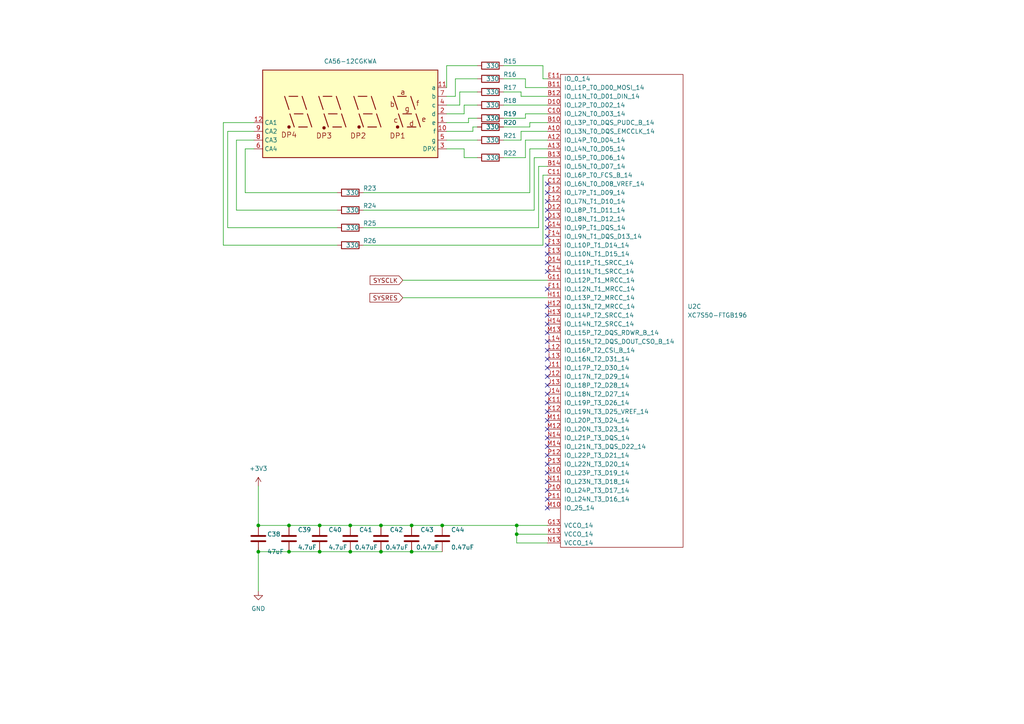
<source format=kicad_sch>
(kicad_sch (version 20230121) (generator eeschema)

  (uuid b200aafe-8bb1-405c-bf97-e6b426967850)

  (paper "A4")

  (lib_symbols
    (symbol "Device:C" (pin_numbers hide) (pin_names (offset 0.254)) (in_bom yes) (on_board yes)
      (property "Reference" "C" (at 0.635 2.54 0)
        (effects (font (size 1.27 1.27)) (justify left))
      )
      (property "Value" "C" (at 0.635 -2.54 0)
        (effects (font (size 1.27 1.27)) (justify left))
      )
      (property "Footprint" "" (at 0.9652 -3.81 0)
        (effects (font (size 1.27 1.27)) hide)
      )
      (property "Datasheet" "~" (at 0 0 0)
        (effects (font (size 1.27 1.27)) hide)
      )
      (property "ki_keywords" "cap capacitor" (at 0 0 0)
        (effects (font (size 1.27 1.27)) hide)
      )
      (property "ki_description" "Unpolarized capacitor" (at 0 0 0)
        (effects (font (size 1.27 1.27)) hide)
      )
      (property "ki_fp_filters" "C_*" (at 0 0 0)
        (effects (font (size 1.27 1.27)) hide)
      )
      (symbol "C_0_1"
        (polyline
          (pts
            (xy -2.032 -0.762)
            (xy 2.032 -0.762)
          )
          (stroke (width 0.508) (type default))
          (fill (type none))
        )
        (polyline
          (pts
            (xy -2.032 0.762)
            (xy 2.032 0.762)
          )
          (stroke (width 0.508) (type default))
          (fill (type none))
        )
      )
      (symbol "C_1_1"
        (pin passive line (at 0 3.81 270) (length 2.794)
          (name "~" (effects (font (size 1.27 1.27))))
          (number "1" (effects (font (size 1.27 1.27))))
        )
        (pin passive line (at 0 -3.81 90) (length 2.794)
          (name "~" (effects (font (size 1.27 1.27))))
          (number "2" (effects (font (size 1.27 1.27))))
        )
      )
    )
    (symbol "Device:R" (pin_numbers hide) (pin_names (offset 0)) (in_bom yes) (on_board yes)
      (property "Reference" "R" (at 2.032 0 90)
        (effects (font (size 1.27 1.27)))
      )
      (property "Value" "R" (at 0 0 90)
        (effects (font (size 1.27 1.27)))
      )
      (property "Footprint" "" (at -1.778 0 90)
        (effects (font (size 1.27 1.27)) hide)
      )
      (property "Datasheet" "~" (at 0 0 0)
        (effects (font (size 1.27 1.27)) hide)
      )
      (property "ki_keywords" "R res resistor" (at 0 0 0)
        (effects (font (size 1.27 1.27)) hide)
      )
      (property "ki_description" "Resistor" (at 0 0 0)
        (effects (font (size 1.27 1.27)) hide)
      )
      (property "ki_fp_filters" "R_*" (at 0 0 0)
        (effects (font (size 1.27 1.27)) hide)
      )
      (symbol "R_0_1"
        (rectangle (start -1.016 -2.54) (end 1.016 2.54)
          (stroke (width 0.254) (type default))
          (fill (type none))
        )
      )
      (symbol "R_1_1"
        (pin passive line (at 0 3.81 270) (length 1.27)
          (name "~" (effects (font (size 1.27 1.27))))
          (number "1" (effects (font (size 1.27 1.27))))
        )
        (pin passive line (at 0 -3.81 90) (length 1.27)
          (name "~" (effects (font (size 1.27 1.27))))
          (number "2" (effects (font (size 1.27 1.27))))
        )
      )
    )
    (symbol "Display_Character:CA56-12CGKWA" (in_bom yes) (on_board yes)
      (property "Reference" "U" (at -24.13 13.97 0)
        (effects (font (size 1.27 1.27)))
      )
      (property "Value" "CA56-12CGKWA" (at 17.78 13.97 0)
        (effects (font (size 1.27 1.27)))
      )
      (property "Footprint" "Display_7Segment:CA56-12CGKWA" (at 0 -15.24 0)
        (effects (font (size 1.27 1.27)) hide)
      )
      (property "Datasheet" "http://www.kingbright.com/attachments/file/psearch/000/00/00/CA56-12CGKWA(Ver.9A).pdf" (at -10.922 0.762 0)
        (effects (font (size 1.27 1.27)) hide)
      )
      (property "ki_keywords" "display LED" (at 0 0 0)
        (effects (font (size 1.27 1.27)) hide)
      )
      (property "ki_description" "4 digit 7 segment Green LED, common anode" (at 0 0 0)
        (effects (font (size 1.27 1.27)) hide)
      )
      (property "ki_fp_filters" "*CA56*12CGKWA*" (at 0 0 0)
        (effects (font (size 1.27 1.27)) hide)
      )
      (symbol "CA56-12CGKWA_0_0"
        (rectangle (start -25.4 12.7) (end 25.4 -12.7)
          (stroke (width 0.254) (type default))
          (fill (type background))
        )
        (polyline
          (pts
            (xy -20.32 -3.81)
            (xy -19.05 0)
          )
          (stroke (width 0.254) (type default))
          (fill (type none))
        )
        (polyline
          (pts
            (xy -19.05 -3.81)
            (xy -16.51 -3.81)
          )
          (stroke (width 0.254) (type default))
          (fill (type none))
        )
        (polyline
          (pts
            (xy -18.796 1.27)
            (xy -17.526 5.08)
          )
          (stroke (width 0.254) (type default))
          (fill (type none))
        )
        (polyline
          (pts
            (xy -17.78 0)
            (xy -15.24 0)
          )
          (stroke (width 0.254) (type default))
          (fill (type none))
        )
        (polyline
          (pts
            (xy -16.256 5.08)
            (xy -13.716 5.08)
          )
          (stroke (width 0.254) (type default))
          (fill (type none))
        )
        (polyline
          (pts
            (xy -15.24 -3.81)
            (xy -13.97 0)
          )
          (stroke (width 0.254) (type default))
          (fill (type none))
        )
        (polyline
          (pts
            (xy -13.716 1.27)
            (xy -12.446 5.08)
          )
          (stroke (width 0.254) (type default))
          (fill (type none))
        )
        (polyline
          (pts
            (xy -8.89 -3.81)
            (xy -7.62 0)
          )
          (stroke (width 0.254) (type default))
          (fill (type none))
        )
        (polyline
          (pts
            (xy -7.62 -3.81)
            (xy -5.08 -3.81)
          )
          (stroke (width 0.254) (type default))
          (fill (type none))
        )
        (polyline
          (pts
            (xy -7.366 1.27)
            (xy -6.096 5.08)
          )
          (stroke (width 0.254) (type default))
          (fill (type none))
        )
        (polyline
          (pts
            (xy -6.35 0)
            (xy -3.81 0)
          )
          (stroke (width 0.254) (type default))
          (fill (type none))
        )
        (polyline
          (pts
            (xy -4.826 5.08)
            (xy -2.286 5.08)
          )
          (stroke (width 0.254) (type default))
          (fill (type none))
        )
        (polyline
          (pts
            (xy -3.81 -3.81)
            (xy -2.54 0)
          )
          (stroke (width 0.254) (type default))
          (fill (type none))
        )
        (polyline
          (pts
            (xy -2.286 1.27)
            (xy -1.016 5.08)
          )
          (stroke (width 0.254) (type default))
          (fill (type none))
        )
        (polyline
          (pts
            (xy 1.27 -3.81)
            (xy 2.54 0)
          )
          (stroke (width 0.254) (type default))
          (fill (type none))
        )
        (polyline
          (pts
            (xy 2.54 -3.81)
            (xy 5.08 -3.81)
          )
          (stroke (width 0.254) (type default))
          (fill (type none))
        )
        (polyline
          (pts
            (xy 2.794 1.27)
            (xy 4.064 5.08)
          )
          (stroke (width 0.254) (type default))
          (fill (type none))
        )
        (polyline
          (pts
            (xy 3.81 0)
            (xy 6.35 0)
          )
          (stroke (width 0.254) (type default))
          (fill (type none))
        )
        (polyline
          (pts
            (xy 5.334 5.08)
            (xy 7.874 5.08)
          )
          (stroke (width 0.254) (type default))
          (fill (type none))
        )
        (polyline
          (pts
            (xy 6.35 -3.81)
            (xy 7.62 0)
          )
          (stroke (width 0.254) (type default))
          (fill (type none))
        )
        (polyline
          (pts
            (xy 7.874 1.27)
            (xy 9.144 5.08)
          )
          (stroke (width 0.254) (type default))
          (fill (type none))
        )
        (polyline
          (pts
            (xy 11.176 -3.81)
            (xy 12.446 0)
          )
          (stroke (width 0.254) (type default))
          (fill (type none))
        )
        (polyline
          (pts
            (xy 12.446 -3.81)
            (xy 14.986 -3.81)
          )
          (stroke (width 0.254) (type default))
          (fill (type none))
        )
        (polyline
          (pts
            (xy 12.7 1.27)
            (xy 13.97 5.08)
          )
          (stroke (width 0.254) (type default))
          (fill (type none))
        )
        (polyline
          (pts
            (xy 13.716 0)
            (xy 16.256 0)
          )
          (stroke (width 0.254) (type default))
          (fill (type none))
        )
        (polyline
          (pts
            (xy 15.24 5.08)
            (xy 17.78 5.08)
          )
          (stroke (width 0.254) (type default))
          (fill (type none))
        )
        (polyline
          (pts
            (xy 16.256 -3.81)
            (xy 17.526 0)
          )
          (stroke (width 0.254) (type default))
          (fill (type none))
        )
        (polyline
          (pts
            (xy 17.78 1.27)
            (xy 19.05 5.08)
          )
          (stroke (width 0.254) (type default))
          (fill (type none))
        )
        (text "a" (at -15.24 6.35 0)
          (effects (font (size 1.524 1.524)))
        )
        (text "b" (at -12.192 2.794 0)
          (effects (font (size 1.524 1.524)))
        )
        (text "c" (at -13.208 -1.778 0)
          (effects (font (size 1.524 1.524)))
        )
        (text "d" (at -17.78 -2.794 0)
          (effects (font (size 1.524 1.524)))
        )
        (text "DP1" (at -13.716 -6.35 0)
          (effects (font (size 1.524 1.524)))
        )
        (text "DP2" (at -2.286 -6.35 0)
          (effects (font (size 1.524 1.524)))
        )
        (text "DP3" (at 7.62 -6.35 0)
          (effects (font (size 1.524 1.524)))
        )
        (text "DP4" (at 17.78 -6.096 0)
          (effects (font (size 1.524 1.524)))
        )
        (text "e" (at -21.336 -1.524 0)
          (effects (font (size 1.524 1.524)))
        )
        (text "f" (at -19.558 3.048 0)
          (effects (font (size 1.524 1.524)))
        )
        (text "g" (at -16.51 1.524 0)
          (effects (font (size 1.524 1.524)))
        )
      )
      (symbol "CA56-12CGKWA_0_1"
        (circle (center -13.716 -3.81) (radius 0.3556)
          (stroke (width 0.254) (type default))
          (fill (type outline))
        )
        (circle (center -2.54 -3.81) (radius 0.3556)
          (stroke (width 0.254) (type default))
          (fill (type outline))
        )
      )
      (symbol "CA56-12CGKWA_1_0"
        (circle (center 7.62 -4.064) (radius 0.3556)
          (stroke (width 0.254) (type default))
          (fill (type outline))
        )
        (circle (center 17.78 -3.81) (radius 0.3556)
          (stroke (width 0.254) (type default))
          (fill (type outline))
        )
      )
      (symbol "CA56-12CGKWA_1_1"
        (pin input line (at -27.94 -2.54 0) (length 2.54)
          (name "e" (effects (font (size 1.27 1.27))))
          (number "1" (effects (font (size 1.27 1.27))))
        )
        (pin input line (at -27.94 -5.08 0) (length 2.54)
          (name "f" (effects (font (size 1.27 1.27))))
          (number "10" (effects (font (size 1.27 1.27))))
        )
        (pin input line (at -27.94 7.62 0) (length 2.54)
          (name "a" (effects (font (size 1.27 1.27))))
          (number "11" (effects (font (size 1.27 1.27))))
        )
        (pin input line (at 27.94 -2.54 180) (length 2.54)
          (name "CA1" (effects (font (size 1.27 1.27))))
          (number "12" (effects (font (size 1.27 1.27))))
        )
        (pin input line (at -27.94 0 0) (length 2.54)
          (name "d" (effects (font (size 1.27 1.27))))
          (number "2" (effects (font (size 1.27 1.27))))
        )
        (pin input line (at -27.94 -10.16 0) (length 2.54)
          (name "DPX" (effects (font (size 1.27 1.27))))
          (number "3" (effects (font (size 1.27 1.27))))
        )
        (pin input line (at -27.94 2.54 0) (length 2.54)
          (name "c" (effects (font (size 1.27 1.27))))
          (number "4" (effects (font (size 1.27 1.27))))
        )
        (pin input line (at -27.94 -7.62 0) (length 2.54)
          (name "g" (effects (font (size 1.27 1.27))))
          (number "5" (effects (font (size 1.27 1.27))))
        )
        (pin input line (at 27.94 -10.16 180) (length 2.54)
          (name "CA4" (effects (font (size 1.27 1.27))))
          (number "6" (effects (font (size 1.27 1.27))))
        )
        (pin input line (at -27.94 5.08 0) (length 2.54)
          (name "b" (effects (font (size 1.27 1.27))))
          (number "7" (effects (font (size 1.27 1.27))))
        )
        (pin input line (at 27.94 -7.62 180) (length 2.54)
          (name "CA3" (effects (font (size 1.27 1.27))))
          (number "8" (effects (font (size 1.27 1.27))))
        )
        (pin input line (at 27.94 -5.08 180) (length 2.54)
          (name "CA2" (effects (font (size 1.27 1.27))))
          (number "9" (effects (font (size 1.27 1.27))))
        )
      )
    )
    (symbol "FPGA_project_partsalarm:XC7S50-FTGB196" (pin_names (offset 1.016)) (in_bom yes) (on_board yes)
      (property "Reference" "U" (at -1.27 69.85 0)
        (effects (font (size 1.27 1.27)))
      )
      (property "Value" "XC7S50-FTGB196" (at 0 -69.85 0)
        (effects (font (size 1.27 1.27)))
      )
      (property "Footprint" "Package_BGA:Xilinx_FTGB196" (at -6.35 0 0)
        (effects (font (size 1.27 1.27)) hide)
      )
      (property "Datasheet" "" (at -6.35 0 0)
        (effects (font (size 1.27 1.27)) hide)
      )
      (property "ki_locked" "" (at 0 0 0)
        (effects (font (size 1.27 1.27)))
      )
      (symbol "XC7S50-FTGB196_1_1"
        (rectangle (start -7.62 31.75) (end 7.62 -31.75)
          (stroke (width 0) (type solid))
          (fill (type none))
        )
        (pin power_in line (at -11.43 30.48 0) (length 3.81)
          (name "GND" (effects (font (size 1.27 1.27))))
          (number "A1" (effects (font (size 1.27 1.27))))
        )
        (pin power_in line (at -11.43 22.86 0) (length 3.81)
          (name "GND" (effects (font (size 1.27 1.27))))
          (number "A11" (effects (font (size 1.27 1.27))))
        )
        (pin power_in line (at -11.43 20.32 0) (length 3.81)
          (name "GND" (effects (font (size 1.27 1.27))))
          (number "A14" (effects (font (size 1.27 1.27))))
        )
        (pin power_in line (at -11.43 27.94 0) (length 3.81)
          (name "GND" (effects (font (size 1.27 1.27))))
          (number "A6" (effects (font (size 1.27 1.27))))
        )
        (pin power_in line (at -11.43 25.4 0) (length 3.81)
          (name "GND" (effects (font (size 1.27 1.27))))
          (number "A9" (effects (font (size 1.27 1.27))))
        )
        (pin power_in line (at -11.43 17.78 0) (length 3.81)
          (name "GND" (effects (font (size 1.27 1.27))))
          (number "B4" (effects (font (size 1.27 1.27))))
        )
        (pin power_in line (at -11.43 15.24 0) (length 3.81)
          (name "GND" (effects (font (size 1.27 1.27))))
          (number "B7" (effects (font (size 1.27 1.27))))
        )
        (pin power_in line (at -11.43 12.7 0) (length 3.81)
          (name "GND" (effects (font (size 1.27 1.27))))
          (number "B9" (effects (font (size 1.27 1.27))))
        )
        (pin power_in line (at -11.43 -2.54 0) (length 3.81)
          (name "GND" (effects (font (size 1.27 1.27))))
          (number "C13" (effects (font (size 1.27 1.27))))
        )
        (pin power_in line (at -11.43 10.16 0) (length 3.81)
          (name "GND" (effects (font (size 1.27 1.27))))
          (number "C2" (effects (font (size 1.27 1.27))))
        )
        (pin power_in line (at -11.43 7.62 0) (length 3.81)
          (name "GND" (effects (font (size 1.27 1.27))))
          (number "C6" (effects (font (size 1.27 1.27))))
        )
        (pin power_in line (at -11.43 5.08 0) (length 3.81)
          (name "GND" (effects (font (size 1.27 1.27))))
          (number "C7" (effects (font (size 1.27 1.27))))
        )
        (pin power_in line (at -11.43 2.54 0) (length 3.81)
          (name "GND" (effects (font (size 1.27 1.27))))
          (number "C8" (effects (font (size 1.27 1.27))))
        )
        (pin power_in line (at -11.43 0 0) (length 3.81)
          (name "GND" (effects (font (size 1.27 1.27))))
          (number "C9" (effects (font (size 1.27 1.27))))
        )
        (pin power_in line (at -11.43 -12.7 0) (length 3.81)
          (name "GND" (effects (font (size 1.27 1.27))))
          (number "D11" (effects (font (size 1.27 1.27))))
        )
        (pin power_in line (at -11.43 -5.08 0) (length 3.81)
          (name "GND" (effects (font (size 1.27 1.27))))
          (number "D5" (effects (font (size 1.27 1.27))))
        )
        (pin power_in line (at -11.43 -7.62 0) (length 3.81)
          (name "GND" (effects (font (size 1.27 1.27))))
          (number "D7" (effects (font (size 1.27 1.27))))
        )
        (pin power_in line (at -11.43 -10.16 0) (length 3.81)
          (name "GND" (effects (font (size 1.27 1.27))))
          (number "D9" (effects (font (size 1.27 1.27))))
        )
        (pin power_in line (at -11.43 -15.24 0) (length 3.81)
          (name "GND" (effects (font (size 1.27 1.27))))
          (number "E1" (effects (font (size 1.27 1.27))))
        )
        (pin power_in line (at -11.43 -25.4 0) (length 3.81)
          (name "GND" (effects (font (size 1.27 1.27))))
          (number "E10" (effects (font (size 1.27 1.27))))
        )
        (pin power_in line (at -11.43 -27.94 0) (length 3.81)
          (name "GND" (effects (font (size 1.27 1.27))))
          (number "E14" (effects (font (size 1.27 1.27))))
        )
        (pin power_in line (at -11.43 -17.78 0) (length 3.81)
          (name "GND" (effects (font (size 1.27 1.27))))
          (number "E3" (effects (font (size 1.27 1.27))))
        )
        (pin power_in line (at -11.43 -20.32 0) (length 3.81)
          (name "GND" (effects (font (size 1.27 1.27))))
          (number "E6" (effects (font (size 1.27 1.27))))
        )
        (pin power_in line (at -11.43 -22.86 0) (length 3.81)
          (name "GND" (effects (font (size 1.27 1.27))))
          (number "E8" (effects (font (size 1.27 1.27))))
        )
        (pin power_in line (at 11.43 20.32 180) (length 3.81)
          (name "GND" (effects (font (size 1.27 1.27))))
          (number "F5" (effects (font (size 1.27 1.27))))
        )
        (pin power_in line (at 11.43 22.86 180) (length 3.81)
          (name "GND" (effects (font (size 1.27 1.27))))
          (number "F9" (effects (font (size 1.27 1.27))))
        )
        (pin power_in line (at 11.43 30.48 180) (length 3.81)
          (name "GND" (effects (font (size 1.27 1.27))))
          (number "G10" (effects (font (size 1.27 1.27))))
        )
        (pin power_in line (at -11.43 -30.48 0) (length 3.81)
          (name "GND" (effects (font (size 1.27 1.27))))
          (number "G12" (effects (font (size 1.27 1.27))))
        )
        (pin power_in line (at 11.43 25.4 180) (length 3.81)
          (name "GND" (effects (font (size 1.27 1.27))))
          (number "G3" (effects (font (size 1.27 1.27))))
        )
        (pin power_in line (at 11.43 27.94 180) (length 3.81)
          (name "GND" (effects (font (size 1.27 1.27))))
          (number "G6" (effects (font (size 1.27 1.27))))
        )
        (pin power_in line (at 11.43 0 180) (length 3.81)
          (name "GND" (effects (font (size 1.27 1.27))))
          (number "H5" (effects (font (size 1.27 1.27))))
        )
        (pin power_in line (at 11.43 2.54 180) (length 3.81)
          (name "GND" (effects (font (size 1.27 1.27))))
          (number "H9" (effects (font (size 1.27 1.27))))
        )
        (pin power_in line (at 11.43 7.62 180) (length 3.81)
          (name "GND" (effects (font (size 1.27 1.27))))
          (number "J10" (effects (font (size 1.27 1.27))))
        )
        (pin power_in line (at 11.43 5.08 180) (length 3.81)
          (name "GND" (effects (font (size 1.27 1.27))))
          (number "J6" (effects (font (size 1.27 1.27))))
        )
        (pin power_in line (at 11.43 10.16 180) (length 3.81)
          (name "GND" (effects (font (size 1.27 1.27))))
          (number "K1" (effects (font (size 1.27 1.27))))
        )
        (pin power_in line (at 11.43 -2.54 180) (length 3.81)
          (name "GND" (effects (font (size 1.27 1.27))))
          (number "K14" (effects (font (size 1.27 1.27))))
        )
        (pin power_in line (at 11.43 12.7 180) (length 3.81)
          (name "GND" (effects (font (size 1.27 1.27))))
          (number "K5" (effects (font (size 1.27 1.27))))
        )
        (pin power_in line (at 11.43 15.24 180) (length 3.81)
          (name "GND" (effects (font (size 1.27 1.27))))
          (number "K7" (effects (font (size 1.27 1.27))))
        )
        (pin power_in line (at 11.43 17.78 180) (length 3.81)
          (name "GND" (effects (font (size 1.27 1.27))))
          (number "K9" (effects (font (size 1.27 1.27))))
        )
        (pin power_in line (at 11.43 -12.7 180) (length 3.81)
          (name "GND" (effects (font (size 1.27 1.27))))
          (number "L10" (effects (font (size 1.27 1.27))))
        )
        (pin power_in line (at 11.43 -15.24 180) (length 3.81)
          (name "GND" (effects (font (size 1.27 1.27))))
          (number "L11" (effects (font (size 1.27 1.27))))
        )
        (pin power_in line (at 11.43 -5.08 180) (length 3.81)
          (name "GND" (effects (font (size 1.27 1.27))))
          (number "L4" (effects (font (size 1.27 1.27))))
        )
        (pin power_in line (at 11.43 -7.62 180) (length 3.81)
          (name "GND" (effects (font (size 1.27 1.27))))
          (number "L6" (effects (font (size 1.27 1.27))))
        )
        (pin power_in line (at 11.43 -10.16 180) (length 3.81)
          (name "GND" (effects (font (size 1.27 1.27))))
          (number "L8" (effects (font (size 1.27 1.27))))
        )
        (pin power_in line (at 11.43 -25.4 180) (length 3.81)
          (name "GND" (effects (font (size 1.27 1.27))))
          (number "N12" (effects (font (size 1.27 1.27))))
        )
        (pin power_in line (at 11.43 -17.78 180) (length 3.81)
          (name "GND" (effects (font (size 1.27 1.27))))
          (number "N3" (effects (font (size 1.27 1.27))))
        )
        (pin power_in line (at 11.43 -20.32 180) (length 3.81)
          (name "GND" (effects (font (size 1.27 1.27))))
          (number "N5" (effects (font (size 1.27 1.27))))
        )
        (pin power_in line (at 11.43 -22.86 180) (length 3.81)
          (name "GND" (effects (font (size 1.27 1.27))))
          (number "N9" (effects (font (size 1.27 1.27))))
        )
        (pin power_in line (at 11.43 -27.94 180) (length 3.81)
          (name "GND" (effects (font (size 1.27 1.27))))
          (number "P1" (effects (font (size 1.27 1.27))))
        )
        (pin power_in line (at 11.43 -30.48 180) (length 3.81)
          (name "GND" (effects (font (size 1.27 1.27))))
          (number "P14" (effects (font (size 1.27 1.27))))
        )
      )
      (symbol "XC7S50-FTGB196_2_1"
        (rectangle (start 10.16 12.7) (end -11.43 -12.7)
          (stroke (width 0) (type solid))
          (fill (type none))
        )
        (pin power_in line (at 13.97 11.43 180) (length 3.81)
          (name "VCCINT" (effects (font (size 1.27 1.27))))
          (number "D6" (effects (font (size 1.27 1.27))))
        )
        (pin power_in line (at 13.97 8.89 180) (length 3.81)
          (name "VCCINT" (effects (font (size 1.27 1.27))))
          (number "D8" (effects (font (size 1.27 1.27))))
        )
        (pin power_in line (at -15.24 -6.35 0) (length 3.81)
          (name "VCCBRAM" (effects (font (size 1.27 1.27))))
          (number "E5" (effects (font (size 1.27 1.27))))
        )
        (pin power_in line (at 13.97 6.35 180) (length 3.81)
          (name "VCCINT" (effects (font (size 1.27 1.27))))
          (number "E7" (effects (font (size 1.27 1.27))))
        )
        (pin power_in line (at 13.97 3.81 180) (length 3.81)
          (name "VCCINT" (effects (font (size 1.27 1.27))))
          (number "E9" (effects (font (size 1.27 1.27))))
        )
        (pin power_in line (at -15.24 11.43 0) (length 3.81)
          (name "VCCAUX" (effects (font (size 1.27 1.27))))
          (number "F10" (effects (font (size 1.27 1.27))))
        )
        (pin power_in line (at 13.97 1.27 180) (length 3.81)
          (name "VCCINT" (effects (font (size 1.27 1.27))))
          (number "F6" (effects (font (size 1.27 1.27))))
        )
        (pin power_in line (at -15.24 -8.89 0) (length 3.81)
          (name "VCCBRAM" (effects (font (size 1.27 1.27))))
          (number "G5" (effects (font (size 1.27 1.27))))
        )
        (pin power_in line (at 13.97 -1.27 180) (length 3.81)
          (name "VCCINT" (effects (font (size 1.27 1.27))))
          (number "G9" (effects (font (size 1.27 1.27))))
        )
        (pin power_in line (at -15.24 8.89 0) (length 3.81)
          (name "VCCAUX" (effects (font (size 1.27 1.27))))
          (number "H10" (effects (font (size 1.27 1.27))))
        )
        (pin power_in line (at 13.97 -3.81 180) (length 3.81)
          (name "VCCINT" (effects (font (size 1.27 1.27))))
          (number "H6" (effects (font (size 1.27 1.27))))
        )
        (pin power_in line (at -15.24 -11.43 0) (length 3.81)
          (name "VCCBRAM" (effects (font (size 1.27 1.27))))
          (number "J5" (effects (font (size 1.27 1.27))))
        )
        (pin power_in line (at 13.97 -6.35 180) (length 3.81)
          (name "VCCINT" (effects (font (size 1.27 1.27))))
          (number "J9" (effects (font (size 1.27 1.27))))
        )
        (pin power_in line (at -15.24 6.35 0) (length 3.81)
          (name "VCCAUX" (effects (font (size 1.27 1.27))))
          (number "K10" (effects (font (size 1.27 1.27))))
        )
        (pin power_in line (at 13.97 -8.89 180) (length 3.81)
          (name "VCCINT" (effects (font (size 1.27 1.27))))
          (number "K6" (effects (font (size 1.27 1.27))))
        )
        (pin power_in line (at 13.97 -11.43 180) (length 3.81)
          (name "VCCINT" (effects (font (size 1.27 1.27))))
          (number "K8" (effects (font (size 1.27 1.27))))
        )
        (pin power_in line (at -15.24 3.81 0) (length 3.81)
          (name "VCCAUX" (effects (font (size 1.27 1.27))))
          (number "L9" (effects (font (size 1.27 1.27))))
        )
      )
      (symbol "XC7S50-FTGB196_3_1"
        (rectangle (start -17.78 68.58) (end 17.78 -68.58)
          (stroke (width 0) (type solid))
          (fill (type none))
        )
        (pin bidirectional line (at -21.59 52.07 0) (length 3.81)
          (name "IO_L3N_T0_DQS_EMCCLK_14" (effects (font (size 1.27 1.27))))
          (number "A10" (effects (font (size 1.27 1.27))))
        )
        (pin bidirectional line (at -21.59 49.53 0) (length 3.81)
          (name "IO_L4P_T0_D04_14" (effects (font (size 1.27 1.27))))
          (number "A12" (effects (font (size 1.27 1.27))))
        )
        (pin bidirectional line (at -21.59 46.99 0) (length 3.81)
          (name "IO_L4N_T0_D05_14" (effects (font (size 1.27 1.27))))
          (number "A13" (effects (font (size 1.27 1.27))))
        )
        (pin bidirectional line (at -21.59 54.61 0) (length 3.81)
          (name "IO_L3P_T0_DQS_PUDC_B_14" (effects (font (size 1.27 1.27))))
          (number "B10" (effects (font (size 1.27 1.27))))
        )
        (pin bidirectional line (at -21.59 64.77 0) (length 3.81)
          (name "IO_L1P_T0_D00_MOSI_14" (effects (font (size 1.27 1.27))))
          (number "B11" (effects (font (size 1.27 1.27))))
        )
        (pin bidirectional line (at -21.59 62.23 0) (length 3.81)
          (name "IO_L1N_T0_D01_DIN_14" (effects (font (size 1.27 1.27))))
          (number "B12" (effects (font (size 1.27 1.27))))
        )
        (pin bidirectional line (at -21.59 44.45 0) (length 3.81)
          (name "IO_L5P_T0_D06_14" (effects (font (size 1.27 1.27))))
          (number "B13" (effects (font (size 1.27 1.27))))
        )
        (pin bidirectional line (at -21.59 41.91 0) (length 3.81)
          (name "IO_L5N_T0_D07_14" (effects (font (size 1.27 1.27))))
          (number "B14" (effects (font (size 1.27 1.27))))
        )
        (pin bidirectional line (at -21.59 57.15 0) (length 3.81)
          (name "IO_L2N_T0_D03_14" (effects (font (size 1.27 1.27))))
          (number "C10" (effects (font (size 1.27 1.27))))
        )
        (pin bidirectional line (at -21.59 39.37 0) (length 3.81)
          (name "IO_L6P_T0_FCS_B_14" (effects (font (size 1.27 1.27))))
          (number "C11" (effects (font (size 1.27 1.27))))
        )
        (pin bidirectional line (at -21.59 36.83 0) (length 3.81)
          (name "IO_L6N_T0_D08_VREF_14" (effects (font (size 1.27 1.27))))
          (number "C12" (effects (font (size 1.27 1.27))))
        )
        (pin bidirectional line (at -21.59 11.43 0) (length 3.81)
          (name "IO_L11N_T1_SRCC_14" (effects (font (size 1.27 1.27))))
          (number "C14" (effects (font (size 1.27 1.27))))
        )
        (pin bidirectional line (at -21.59 59.69 0) (length 3.81)
          (name "IO_L2P_T0_D02_14" (effects (font (size 1.27 1.27))))
          (number "D10" (effects (font (size 1.27 1.27))))
        )
        (pin bidirectional line (at -21.59 29.21 0) (length 3.81)
          (name "IO_L8P_T1_D11_14" (effects (font (size 1.27 1.27))))
          (number "D12" (effects (font (size 1.27 1.27))))
        )
        (pin bidirectional line (at -21.59 26.67 0) (length 3.81)
          (name "IO_L8N_T1_D12_14" (effects (font (size 1.27 1.27))))
          (number "D13" (effects (font (size 1.27 1.27))))
        )
        (pin bidirectional line (at -21.59 13.97 0) (length 3.81)
          (name "IO_L11P_T1_SRCC_14" (effects (font (size 1.27 1.27))))
          (number "D14" (effects (font (size 1.27 1.27))))
        )
        (pin bidirectional line (at -21.59 67.31 0) (length 3.81)
          (name "IO_0_14" (effects (font (size 1.27 1.27))))
          (number "E11" (effects (font (size 1.27 1.27))))
        )
        (pin bidirectional line (at -21.59 31.75 0) (length 3.81)
          (name "IO_L7N_T1_D10_14" (effects (font (size 1.27 1.27))))
          (number "E12" (effects (font (size 1.27 1.27))))
        )
        (pin bidirectional line (at -21.59 16.51 0) (length 3.81)
          (name "IO_L10N_T1_D15_14" (effects (font (size 1.27 1.27))))
          (number "E13" (effects (font (size 1.27 1.27))))
        )
        (pin bidirectional line (at -21.59 6.35 0) (length 3.81)
          (name "IO_L12N_T1_MRCC_14" (effects (font (size 1.27 1.27))))
          (number "F11" (effects (font (size 1.27 1.27))))
        )
        (pin bidirectional line (at -21.59 34.29 0) (length 3.81)
          (name "IO_L7P_T1_D09_14" (effects (font (size 1.27 1.27))))
          (number "F12" (effects (font (size 1.27 1.27))))
        )
        (pin bidirectional line (at -21.59 19.05 0) (length 3.81)
          (name "IO_L10P_T1_D14_14" (effects (font (size 1.27 1.27))))
          (number "F13" (effects (font (size 1.27 1.27))))
        )
        (pin bidirectional line (at -21.59 21.59 0) (length 3.81)
          (name "IO_L9N_T1_DQS_D13_14" (effects (font (size 1.27 1.27))))
          (number "F14" (effects (font (size 1.27 1.27))))
        )
        (pin bidirectional line (at -21.59 8.89 0) (length 3.81)
          (name "IO_L12P_T1_MRCC_14" (effects (font (size 1.27 1.27))))
          (number "G11" (effects (font (size 1.27 1.27))))
        )
        (pin power_in line (at -21.59 -62.23 0) (length 3.81)
          (name "VCCO_14" (effects (font (size 1.27 1.27))))
          (number "G13" (effects (font (size 1.27 1.27))))
        )
        (pin bidirectional line (at -21.59 24.13 0) (length 3.81)
          (name "IO_L9P_T1_DQS_14" (effects (font (size 1.27 1.27))))
          (number "G14" (effects (font (size 1.27 1.27))))
        )
        (pin bidirectional line (at -21.59 3.81 0) (length 3.81)
          (name "IO_L13P_T2_MRCC_14" (effects (font (size 1.27 1.27))))
          (number "H11" (effects (font (size 1.27 1.27))))
        )
        (pin bidirectional line (at -21.59 1.27 0) (length 3.81)
          (name "IO_L13N_T2_MRCC_14" (effects (font (size 1.27 1.27))))
          (number "H12" (effects (font (size 1.27 1.27))))
        )
        (pin bidirectional line (at -21.59 -1.27 0) (length 3.81)
          (name "IO_L14P_T2_SRCC_14" (effects (font (size 1.27 1.27))))
          (number "H13" (effects (font (size 1.27 1.27))))
        )
        (pin bidirectional line (at -21.59 -3.81 0) (length 3.81)
          (name "IO_L14N_T2_SRCC_14" (effects (font (size 1.27 1.27))))
          (number "H14" (effects (font (size 1.27 1.27))))
        )
        (pin bidirectional line (at -21.59 -16.51 0) (length 3.81)
          (name "IO_L17P_T2_D30_14" (effects (font (size 1.27 1.27))))
          (number "J11" (effects (font (size 1.27 1.27))))
        )
        (pin bidirectional line (at -21.59 -19.05 0) (length 3.81)
          (name "IO_L17N_T2_D29_14" (effects (font (size 1.27 1.27))))
          (number "J12" (effects (font (size 1.27 1.27))))
        )
        (pin bidirectional line (at -21.59 -21.59 0) (length 3.81)
          (name "IO_L18P_T2_D28_14" (effects (font (size 1.27 1.27))))
          (number "J13" (effects (font (size 1.27 1.27))))
        )
        (pin bidirectional line (at -21.59 -24.13 0) (length 3.81)
          (name "IO_L18N_T2_D27_14" (effects (font (size 1.27 1.27))))
          (number "J14" (effects (font (size 1.27 1.27))))
        )
        (pin bidirectional line (at -21.59 -26.67 0) (length 3.81)
          (name "IO_L19P_T3_D26_14" (effects (font (size 1.27 1.27))))
          (number "K11" (effects (font (size 1.27 1.27))))
        )
        (pin bidirectional line (at -21.59 -29.21 0) (length 3.81)
          (name "IO_L19N_T3_D25_VREF_14" (effects (font (size 1.27 1.27))))
          (number "K12" (effects (font (size 1.27 1.27))))
        )
        (pin power_in line (at -21.59 -64.77 0) (length 3.81)
          (name "VCCO_14" (effects (font (size 1.27 1.27))))
          (number "K13" (effects (font (size 1.27 1.27))))
        )
        (pin bidirectional line (at -21.59 -11.43 0) (length 3.81)
          (name "IO_L16P_T2_CSI_B_14" (effects (font (size 1.27 1.27))))
          (number "L12" (effects (font (size 1.27 1.27))))
        )
        (pin bidirectional line (at -21.59 -13.97 0) (length 3.81)
          (name "IO_L16N_T2_D31_14" (effects (font (size 1.27 1.27))))
          (number "L13" (effects (font (size 1.27 1.27))))
        )
        (pin bidirectional line (at -21.59 -8.89 0) (length 3.81)
          (name "IO_L15N_T2_DQS_DOUT_CSO_B_14" (effects (font (size 1.27 1.27))))
          (number "L14" (effects (font (size 1.27 1.27))))
        )
        (pin bidirectional line (at -21.59 -57.15 0) (length 3.81)
          (name "IO_25_14" (effects (font (size 1.27 1.27))))
          (number "M10" (effects (font (size 1.27 1.27))))
        )
        (pin bidirectional line (at -21.59 -31.75 0) (length 3.81)
          (name "IO_L20P_T3_D24_14" (effects (font (size 1.27 1.27))))
          (number "M11" (effects (font (size 1.27 1.27))))
        )
        (pin bidirectional line (at -21.59 -34.29 0) (length 3.81)
          (name "IO_L20N_T3_D23_14" (effects (font (size 1.27 1.27))))
          (number "M12" (effects (font (size 1.27 1.27))))
        )
        (pin bidirectional line (at -21.59 -6.35 0) (length 3.81)
          (name "IO_L15P_T2_DQS_RDWR_B_14" (effects (font (size 1.27 1.27))))
          (number "M13" (effects (font (size 1.27 1.27))))
        )
        (pin bidirectional line (at -21.59 -39.37 0) (length 3.81)
          (name "IO_L21N_T3_DQS_D22_14" (effects (font (size 1.27 1.27))))
          (number "M14" (effects (font (size 1.27 1.27))))
        )
        (pin bidirectional line (at -21.59 -46.99 0) (length 3.81)
          (name "IO_L23P_T3_D19_14" (effects (font (size 1.27 1.27))))
          (number "N10" (effects (font (size 1.27 1.27))))
        )
        (pin bidirectional line (at -21.59 -49.53 0) (length 3.81)
          (name "IO_L23N_T3_D18_14" (effects (font (size 1.27 1.27))))
          (number "N11" (effects (font (size 1.27 1.27))))
        )
        (pin power_in line (at -21.59 -67.31 0) (length 3.81)
          (name "VCCO_14" (effects (font (size 1.27 1.27))))
          (number "N13" (effects (font (size 1.27 1.27))))
        )
        (pin bidirectional line (at -21.59 -36.83 0) (length 3.81)
          (name "IO_L21P_T3_DQS_14" (effects (font (size 1.27 1.27))))
          (number "N14" (effects (font (size 1.27 1.27))))
        )
        (pin bidirectional line (at -21.59 -52.07 0) (length 3.81)
          (name "IO_L24P_T3_D17_14" (effects (font (size 1.27 1.27))))
          (number "P10" (effects (font (size 1.27 1.27))))
        )
        (pin bidirectional line (at -21.59 -54.61 0) (length 3.81)
          (name "IO_L24N_T3_D16_14" (effects (font (size 1.27 1.27))))
          (number "P11" (effects (font (size 1.27 1.27))))
        )
        (pin bidirectional line (at -21.59 -41.91 0) (length 3.81)
          (name "IO_L22P_T3_D21_14" (effects (font (size 1.27 1.27))))
          (number "P12" (effects (font (size 1.27 1.27))))
        )
        (pin bidirectional line (at -21.59 -44.45 0) (length 3.81)
          (name "IO_L22N_T3_D20_14" (effects (font (size 1.27 1.27))))
          (number "P13" (effects (font (size 1.27 1.27))))
        )
      )
      (symbol "XC7S50-FTGB196_4_1"
        (rectangle (start -17.78 68.58) (end 17.78 -68.58)
          (stroke (width 0) (type solid))
          (fill (type none))
        )
        (pin bidirectional line (at -21.59 52.07 0) (length 3.81)
          (name "IO_L3N_T0_DQS_34" (effects (font (size 1.27 1.27))))
          (number "A2" (effects (font (size 1.27 1.27))))
        )
        (pin bidirectional line (at -21.59 57.15 0) (length 3.81)
          (name "IO_L2N_T0_34" (effects (font (size 1.27 1.27))))
          (number "A3" (effects (font (size 1.27 1.27))))
        )
        (pin bidirectional line (at -21.59 59.69 0) (length 3.81)
          (name "IO_L2P_T0_34" (effects (font (size 1.27 1.27))))
          (number "A4" (effects (font (size 1.27 1.27))))
        )
        (pin bidirectional line (at -21.59 46.99 0) (length 3.81)
          (name "IO_L4N_T0_34" (effects (font (size 1.27 1.27))))
          (number "A5" (effects (font (size 1.27 1.27))))
        )
        (pin bidirectional line (at -21.59 41.91 0) (length 3.81)
          (name "IO_L5N_T0_34" (effects (font (size 1.27 1.27))))
          (number "B1" (effects (font (size 1.27 1.27))))
        )
        (pin bidirectional line (at -21.59 44.45 0) (length 3.81)
          (name "IO_L5P_T0_34" (effects (font (size 1.27 1.27))))
          (number "B2" (effects (font (size 1.27 1.27))))
        )
        (pin bidirectional line (at -21.59 54.61 0) (length 3.81)
          (name "IO_L3P_T0_DQS_34" (effects (font (size 1.27 1.27))))
          (number "B3" (effects (font (size 1.27 1.27))))
        )
        (pin bidirectional line (at -21.59 49.53 0) (length 3.81)
          (name "IO_L4P_T0_34" (effects (font (size 1.27 1.27))))
          (number "B5" (effects (font (size 1.27 1.27))))
        )
        (pin bidirectional line (at -21.59 67.31 0) (length 3.81)
          (name "IO_0_34" (effects (font (size 1.27 1.27))))
          (number "B6" (effects (font (size 1.27 1.27))))
        )
        (pin bidirectional line (at -21.59 11.43 0) (length 3.81)
          (name "IO_L11N_T1_SRCC_34" (effects (font (size 1.27 1.27))))
          (number "C1" (effects (font (size 1.27 1.27))))
        )
        (pin bidirectional line (at -21.59 62.23 0) (length 3.81)
          (name "IO_L1N_T0_34" (effects (font (size 1.27 1.27))))
          (number "C3" (effects (font (size 1.27 1.27))))
        )
        (pin bidirectional line (at -21.59 36.83 0) (length 3.81)
          (name "IO_L6N_T0_VREF_34" (effects (font (size 1.27 1.27))))
          (number "C4" (effects (font (size 1.27 1.27))))
        )
        (pin bidirectional line (at -21.59 39.37 0) (length 3.81)
          (name "IO_L6P_T0_34" (effects (font (size 1.27 1.27))))
          (number "C5" (effects (font (size 1.27 1.27))))
        )
        (pin bidirectional line (at -21.59 13.97 0) (length 3.81)
          (name "IO_L11P_T1_SRCC_34" (effects (font (size 1.27 1.27))))
          (number "D1" (effects (font (size 1.27 1.27))))
        )
        (pin bidirectional line (at -21.59 16.51 0) (length 3.81)
          (name "IO_L10N_T1_34" (effects (font (size 1.27 1.27))))
          (number "D2" (effects (font (size 1.27 1.27))))
        )
        (pin bidirectional line (at -21.59 64.77 0) (length 3.81)
          (name "IO_L1P_T0_34" (effects (font (size 1.27 1.27))))
          (number "D3" (effects (font (size 1.27 1.27))))
        )
        (pin bidirectional line (at -21.59 31.75 0) (length 3.81)
          (name "IO_L7N_T1_34" (effects (font (size 1.27 1.27))))
          (number "D4" (effects (font (size 1.27 1.27))))
        )
        (pin bidirectional line (at -21.59 19.05 0) (length 3.81)
          (name "IO_L10P_T1_34" (effects (font (size 1.27 1.27))))
          (number "E2" (effects (font (size 1.27 1.27))))
        )
        (pin bidirectional line (at -21.59 34.29 0) (length 3.81)
          (name "IO_L7P_T1_34" (effects (font (size 1.27 1.27))))
          (number "E4" (effects (font (size 1.27 1.27))))
        )
        (pin bidirectional line (at -21.59 21.59 0) (length 3.81)
          (name "IO_L9N_T1_DQS_34" (effects (font (size 1.27 1.27))))
          (number "F1" (effects (font (size 1.27 1.27))))
        )
        (pin bidirectional line (at -21.59 26.67 0) (length 3.81)
          (name "IO_L8N_T1_34" (effects (font (size 1.27 1.27))))
          (number "F2" (effects (font (size 1.27 1.27))))
        )
        (pin bidirectional line (at -21.59 29.21 0) (length 3.81)
          (name "IO_L8P_T1_34" (effects (font (size 1.27 1.27))))
          (number "F3" (effects (font (size 1.27 1.27))))
        )
        (pin bidirectional line (at -21.59 6.35 0) (length 3.81)
          (name "IO_L12N_T1_MRCC_34" (effects (font (size 1.27 1.27))))
          (number "F4" (effects (font (size 1.27 1.27))))
        )
        (pin bidirectional line (at -21.59 24.13 0) (length 3.81)
          (name "IO_L9P_T1_DQS_34" (effects (font (size 1.27 1.27))))
          (number "G1" (effects (font (size 1.27 1.27))))
        )
        (pin power_in line (at -21.59 -62.23 0) (length 3.81)
          (name "VCCO_34" (effects (font (size 1.27 1.27))))
          (number "G2" (effects (font (size 1.27 1.27))))
        )
        (pin bidirectional line (at -21.59 8.89 0) (length 3.81)
          (name "IO_L12P_T1_MRCC_34" (effects (font (size 1.27 1.27))))
          (number "G4" (effects (font (size 1.27 1.27))))
        )
        (pin bidirectional line (at -21.59 -3.81 0) (length 3.81)
          (name "IO_L14N_T2_SRCC_34" (effects (font (size 1.27 1.27))))
          (number "H1" (effects (font (size 1.27 1.27))))
        )
        (pin bidirectional line (at -21.59 -1.27 0) (length 3.81)
          (name "IO_L14P_T2_SRCC_34" (effects (font (size 1.27 1.27))))
          (number "H2" (effects (font (size 1.27 1.27))))
        )
        (pin bidirectional line (at -21.59 1.27 0) (length 3.81)
          (name "IO_L13N_T2_MRCC_34" (effects (font (size 1.27 1.27))))
          (number "H3" (effects (font (size 1.27 1.27))))
        )
        (pin bidirectional line (at -21.59 3.81 0) (length 3.81)
          (name "IO_L13P_T2_MRCC_34" (effects (font (size 1.27 1.27))))
          (number "H4" (effects (font (size 1.27 1.27))))
        )
        (pin bidirectional line (at -21.59 -8.89 0) (length 3.81)
          (name "IO_L15N_T2_DQS_34" (effects (font (size 1.27 1.27))))
          (number "J1" (effects (font (size 1.27 1.27))))
        )
        (pin bidirectional line (at -21.59 -6.35 0) (length 3.81)
          (name "IO_L15P_T2_DQS_34" (effects (font (size 1.27 1.27))))
          (number "J2" (effects (font (size 1.27 1.27))))
        )
        (pin bidirectional line (at -21.59 -19.05 0) (length 3.81)
          (name "IO_L17N_T2_34" (effects (font (size 1.27 1.27))))
          (number "J3" (effects (font (size 1.27 1.27))))
        )
        (pin bidirectional line (at -21.59 -16.51 0) (length 3.81)
          (name "IO_L17P_T2_34" (effects (font (size 1.27 1.27))))
          (number "J4" (effects (font (size 1.27 1.27))))
        )
        (pin power_in line (at -21.59 -64.77 0) (length 3.81)
          (name "VCCO_34" (effects (font (size 1.27 1.27))))
          (number "K2" (effects (font (size 1.27 1.27))))
        )
        (pin bidirectional line (at -21.59 -13.97 0) (length 3.81)
          (name "IO_L16N_T2_34" (effects (font (size 1.27 1.27))))
          (number "K3" (effects (font (size 1.27 1.27))))
        )
        (pin bidirectional line (at -21.59 -11.43 0) (length 3.81)
          (name "IO_L16P_T2_34" (effects (font (size 1.27 1.27))))
          (number "K4" (effects (font (size 1.27 1.27))))
        )
        (pin bidirectional line (at -21.59 -24.13 0) (length 3.81)
          (name "IO_L18N_T2_34" (effects (font (size 1.27 1.27))))
          (number "L1" (effects (font (size 1.27 1.27))))
        )
        (pin bidirectional line (at -21.59 -44.45 0) (length 3.81)
          (name "IO_L22N_T3_34" (effects (font (size 1.27 1.27))))
          (number "L2" (effects (font (size 1.27 1.27))))
        )
        (pin bidirectional line (at -21.59 -41.91 0) (length 3.81)
          (name "IO_L22P_T3_34" (effects (font (size 1.27 1.27))))
          (number "L3" (effects (font (size 1.27 1.27))))
        )
        (pin bidirectional line (at -21.59 -57.15 0) (length 3.81)
          (name "IO_25_34" (effects (font (size 1.27 1.27))))
          (number "L5" (effects (font (size 1.27 1.27))))
        )
        (pin bidirectional line (at -21.59 -21.59 0) (length 3.81)
          (name "IO_L18P_T2_34" (effects (font (size 1.27 1.27))))
          (number "M1" (effects (font (size 1.27 1.27))))
        )
        (pin bidirectional line (at -21.59 -29.21 0) (length 3.81)
          (name "IO_L19N_T3_VREF_34" (effects (font (size 1.27 1.27))))
          (number "M2" (effects (font (size 1.27 1.27))))
        )
        (pin bidirectional line (at -21.59 -26.67 0) (length 3.81)
          (name "IO_L19P_T3_34" (effects (font (size 1.27 1.27))))
          (number "M3" (effects (font (size 1.27 1.27))))
        )
        (pin bidirectional line (at -21.59 -49.53 0) (length 3.81)
          (name "IO_L23N_T3_34" (effects (font (size 1.27 1.27))))
          (number "M4" (effects (font (size 1.27 1.27))))
        )
        (pin bidirectional line (at -21.59 -46.99 0) (length 3.81)
          (name "IO_L23P_T3_34" (effects (font (size 1.27 1.27))))
          (number "M5" (effects (font (size 1.27 1.27))))
        )
        (pin bidirectional line (at -21.59 -34.29 0) (length 3.81)
          (name "IO_L20N_T3_34" (effects (font (size 1.27 1.27))))
          (number "N1" (effects (font (size 1.27 1.27))))
        )
        (pin power_in line (at -21.59 -67.31 0) (length 3.81)
          (name "VCCO_34" (effects (font (size 1.27 1.27))))
          (number "N2" (effects (font (size 1.27 1.27))))
        )
        (pin bidirectional line (at -21.59 -54.61 0) (length 3.81)
          (name "IO_L24N_T3_34" (effects (font (size 1.27 1.27))))
          (number "N4" (effects (font (size 1.27 1.27))))
        )
        (pin bidirectional line (at -21.59 -31.75 0) (length 3.81)
          (name "IO_L20P_T3_34" (effects (font (size 1.27 1.27))))
          (number "P2" (effects (font (size 1.27 1.27))))
        )
        (pin bidirectional line (at -21.59 -39.37 0) (length 3.81)
          (name "IO_L21N_T3_DQS_34" (effects (font (size 1.27 1.27))))
          (number "P3" (effects (font (size 1.27 1.27))))
        )
        (pin bidirectional line (at -21.59 -36.83 0) (length 3.81)
          (name "IO_L21P_T3_DQS_34" (effects (font (size 1.27 1.27))))
          (number "P4" (effects (font (size 1.27 1.27))))
        )
        (pin bidirectional line (at -21.59 -52.07 0) (length 3.81)
          (name "IO_L24P_T3_34" (effects (font (size 1.27 1.27))))
          (number "P5" (effects (font (size 1.27 1.27))))
        )
      )
      (symbol "XC7S50-FTGB196_5_1"
        (rectangle (start -7.62 41.91) (end 7.62 -41.91)
          (stroke (width 0) (type solid))
          (fill (type none))
        )
        (pin input clock (at -11.43 25.4 0) (length 3.81)
          (name "TCK_0" (effects (font (size 1.27 1.27))))
          (number "A7" (effects (font (size 1.27 1.27))))
        )
        (pin output clock (at -11.43 -17.78 0) (length 3.81)
          (name "CCLK_0" (effects (font (size 1.27 1.27))))
          (number "A8" (effects (font (size 1.27 1.27))))
        )
        (pin power_in line (at -11.43 33.02 0) (length 3.81)
          (name "VCCBATT_0" (effects (font (size 1.27 1.27))))
          (number "B8" (effects (font (size 1.27 1.27))))
        )
        (pin power_in line (at -11.43 38.1 0) (length 3.81)
          (name "GNDADC_0" (effects (font (size 1.27 1.27))))
          (number "F7" (effects (font (size 1.27 1.27))))
        )
        (pin power_in line (at -11.43 40.64 0) (length 3.81)
          (name "VCCADC_0" (effects (font (size 1.27 1.27))))
          (number "F8" (effects (font (size 1.27 1.27))))
        )
        (pin input line (at -11.43 12.7 0) (length 3.81)
          (name "VREFN_0" (effects (font (size 1.27 1.27))))
          (number "G7" (effects (font (size 1.27 1.27))))
        )
        (pin input line (at -11.43 7.62 0) (length 3.81)
          (name "VP_0" (effects (font (size 1.27 1.27))))
          (number "G8" (effects (font (size 1.27 1.27))))
        )
        (pin input line (at -11.43 5.08 0) (length 3.81)
          (name "VN_0" (effects (font (size 1.27 1.27))))
          (number "H7" (effects (font (size 1.27 1.27))))
        )
        (pin input line (at -11.43 15.24 0) (length 3.81)
          (name "VREFP_0" (effects (font (size 1.27 1.27))))
          (number "H8" (effects (font (size 1.27 1.27))))
        )
        (pin passive line (at -11.43 -2.54 0) (length 3.81)
          (name "DXN_0" (effects (font (size 1.27 1.27))))
          (number "J7" (effects (font (size 1.27 1.27))))
        )
        (pin passive line (at -11.43 0 0) (length 3.81)
          (name "DXP_0" (effects (font (size 1.27 1.27))))
          (number "J8" (effects (font (size 1.27 1.27))))
        )
        (pin bidirectional line (at -11.43 -33.02 0) (length 3.81)
          (name "PROGRAM_B_0" (effects (font (size 1.27 1.27))))
          (number "L7" (effects (font (size 1.27 1.27))))
        )
        (pin input line (at -11.43 27.94 0) (length 3.81)
          (name "TMS_0" (effects (font (size 1.27 1.27))))
          (number "M6" (effects (font (size 1.27 1.27))))
        )
        (pin input line (at -11.43 -7.62 0) (length 3.81)
          (name "M0_0" (effects (font (size 1.27 1.27))))
          (number "M7" (effects (font (size 1.27 1.27))))
        )
        (pin input line (at -11.43 -10.16 0) (length 3.81)
          (name "M1_0" (effects (font (size 1.27 1.27))))
          (number "M8" (effects (font (size 1.27 1.27))))
        )
        (pin input line (at -11.43 -12.7 0) (length 3.81)
          (name "M2_0" (effects (font (size 1.27 1.27))))
          (number "M9" (effects (font (size 1.27 1.27))))
        )
        (pin power_in line (at -11.43 -38.1 0) (length 3.81)
          (name "VCCO_0" (effects (font (size 1.27 1.27))))
          (number "N6" (effects (font (size 1.27 1.27))))
        )
        (pin passive line (at -11.43 -22.86 0) (length 3.81)
          (name "CFGBVS_0" (effects (font (size 1.27 1.27))))
          (number "N7" (effects (font (size 1.27 1.27))))
        )
        (pin power_in line (at -11.43 -40.64 0) (length 3.81)
          (name "VCCO_0" (effects (font (size 1.27 1.27))))
          (number "N8" (effects (font (size 1.27 1.27))))
        )
        (pin output line (at -11.43 20.32 0) (length 3.81)
          (name "TDO_0" (effects (font (size 1.27 1.27))))
          (number "P6" (effects (font (size 1.27 1.27))))
        )
        (pin input line (at -11.43 22.86 0) (length 3.81)
          (name "TDI_0" (effects (font (size 1.27 1.27))))
          (number "P7" (effects (font (size 1.27 1.27))))
        )
        (pin passive line (at -11.43 -30.48 0) (length 3.81)
          (name "INIT_B_0" (effects (font (size 1.27 1.27))))
          (number "P8" (effects (font (size 1.27 1.27))))
        )
        (pin passive line (at -11.43 -27.94 0) (length 3.81)
          (name "DONE_0" (effects (font (size 1.27 1.27))))
          (number "P9" (effects (font (size 1.27 1.27))))
        )
      )
    )
    (symbol "power:+3V3" (power) (pin_names (offset 0)) (in_bom yes) (on_board yes)
      (property "Reference" "#PWR" (at 0 -3.81 0)
        (effects (font (size 1.27 1.27)) hide)
      )
      (property "Value" "+3V3" (at 0 3.556 0)
        (effects (font (size 1.27 1.27)))
      )
      (property "Footprint" "" (at 0 0 0)
        (effects (font (size 1.27 1.27)) hide)
      )
      (property "Datasheet" "" (at 0 0 0)
        (effects (font (size 1.27 1.27)) hide)
      )
      (property "ki_keywords" "global power" (at 0 0 0)
        (effects (font (size 1.27 1.27)) hide)
      )
      (property "ki_description" "Power symbol creates a global label with name \"+3V3\"" (at 0 0 0)
        (effects (font (size 1.27 1.27)) hide)
      )
      (symbol "+3V3_0_1"
        (polyline
          (pts
            (xy -0.762 1.27)
            (xy 0 2.54)
          )
          (stroke (width 0) (type default))
          (fill (type none))
        )
        (polyline
          (pts
            (xy 0 0)
            (xy 0 2.54)
          )
          (stroke (width 0) (type default))
          (fill (type none))
        )
        (polyline
          (pts
            (xy 0 2.54)
            (xy 0.762 1.27)
          )
          (stroke (width 0) (type default))
          (fill (type none))
        )
      )
      (symbol "+3V3_1_1"
        (pin power_in line (at 0 0 90) (length 0) hide
          (name "+3V3" (effects (font (size 1.27 1.27))))
          (number "1" (effects (font (size 1.27 1.27))))
        )
      )
    )
    (symbol "power:GND" (power) (pin_names (offset 0)) (in_bom yes) (on_board yes)
      (property "Reference" "#PWR" (at 0 -6.35 0)
        (effects (font (size 1.27 1.27)) hide)
      )
      (property "Value" "GND" (at 0 -3.81 0)
        (effects (font (size 1.27 1.27)))
      )
      (property "Footprint" "" (at 0 0 0)
        (effects (font (size 1.27 1.27)) hide)
      )
      (property "Datasheet" "" (at 0 0 0)
        (effects (font (size 1.27 1.27)) hide)
      )
      (property "ki_keywords" "global power" (at 0 0 0)
        (effects (font (size 1.27 1.27)) hide)
      )
      (property "ki_description" "Power symbol creates a global label with name \"GND\" , ground" (at 0 0 0)
        (effects (font (size 1.27 1.27)) hide)
      )
      (symbol "GND_0_1"
        (polyline
          (pts
            (xy 0 0)
            (xy 0 -1.27)
            (xy 1.27 -1.27)
            (xy 0 -2.54)
            (xy -1.27 -1.27)
            (xy 0 -1.27)
          )
          (stroke (width 0) (type default))
          (fill (type none))
        )
      )
      (symbol "GND_1_1"
        (pin power_in line (at 0 0 270) (length 0) hide
          (name "GND" (effects (font (size 1.27 1.27))))
          (number "1" (effects (font (size 1.27 1.27))))
        )
      )
    )
  )

  (junction (at 101.6 152.4) (diameter 0) (color 0 0 0 0)
    (uuid 2ae4f249-7508-41f2-8f43-494fc7314e8e)
  )
  (junction (at 101.6 160.02) (diameter 0) (color 0 0 0 0)
    (uuid 36c27205-91e5-43f8-85f8-382cdd1a10b2)
  )
  (junction (at 92.71 160.02) (diameter 0) (color 0 0 0 0)
    (uuid 3d9bc2fd-1934-4673-9816-580f77a3889f)
  )
  (junction (at 149.86 152.4) (diameter 0) (color 0 0 0 0)
    (uuid 4162f669-210b-4356-accb-f4aa74881cde)
  )
  (junction (at 128.27 152.4) (diameter 0) (color 0 0 0 0)
    (uuid 5002306b-5bac-4e77-a5cc-143edee22107)
  )
  (junction (at 149.86 154.94) (diameter 0) (color 0 0 0 0)
    (uuid 562e4c7e-6476-4f33-b76a-d6ec80cc0a6b)
  )
  (junction (at 74.93 160.02) (diameter 0) (color 0 0 0 0)
    (uuid 73874254-d204-4c7a-bf12-e30701edec15)
  )
  (junction (at 119.38 152.4) (diameter 0) (color 0 0 0 0)
    (uuid 7a25b343-2d6e-48fb-8c1f-82316aacd598)
  )
  (junction (at 74.93 152.4) (diameter 0) (color 0 0 0 0)
    (uuid 7b76da07-6f3e-4dbb-acc3-cfb7954aca44)
  )
  (junction (at 119.38 160.02) (diameter 0) (color 0 0 0 0)
    (uuid aa36bbac-3d44-43c9-a866-87fed4263ee0)
  )
  (junction (at 110.49 152.4) (diameter 0) (color 0 0 0 0)
    (uuid bad19130-8a37-4cd0-bb09-f22e560f4c92)
  )
  (junction (at 83.82 152.4) (diameter 0) (color 0 0 0 0)
    (uuid ceab1a79-1dc8-4ae6-96b6-723fd8a8d766)
  )
  (junction (at 92.71 152.4) (diameter 0) (color 0 0 0 0)
    (uuid d6ded78b-7442-411c-83f4-63409b32f2f7)
  )
  (junction (at 110.49 160.02) (diameter 0) (color 0 0 0 0)
    (uuid f6dc15b6-6715-42c6-882b-9c86037c6c04)
  )
  (junction (at 83.82 160.02) (diameter 0) (color 0 0 0 0)
    (uuid f7f26dc2-abea-4d3a-a4c1-5d375e03bd48)
  )

  (no_connect (at 158.75 73.66) (uuid 0049b978-ccdd-4f39-9142-09e65f7ca833))
  (no_connect (at 158.75 96.52) (uuid 08023eaa-d422-45fd-8509-5ed516133b86))
  (no_connect (at 158.75 134.62) (uuid 0a614645-c36c-4d50-a2c6-a2534da94b52))
  (no_connect (at 158.75 106.68) (uuid 0a61da07-7348-4b39-9bd8-bde65db3b525))
  (no_connect (at 158.75 121.92) (uuid 0fcb5dde-b80a-4ae9-9bbb-38674192d6e9))
  (no_connect (at 158.75 76.2) (uuid 16974931-b8c4-4605-b7e7-6d47bf306ed8))
  (no_connect (at 158.75 116.84) (uuid 1c702941-1c96-40ac-82b0-6a4a7585dae9))
  (no_connect (at 158.75 63.5) (uuid 1d826d1d-303e-469b-9416-122375c339ed))
  (no_connect (at 158.75 109.22) (uuid 2bf7bffb-9adb-44d2-9d92-a5794e48c993))
  (no_connect (at 158.75 71.12) (uuid 42230a0a-725e-4987-a456-2c0c9303f14a))
  (no_connect (at 158.75 101.6) (uuid 4b9f488d-2b11-4647-b25a-28ff31269f55))
  (no_connect (at 158.75 91.44) (uuid 5308fdd6-b3ea-4695-b129-8041470c5c18))
  (no_connect (at 158.75 144.78) (uuid 5a77ee00-64fe-4b6d-8269-e23053ef8a54))
  (no_connect (at 158.75 66.04) (uuid 5b9d8f59-24dd-490b-b277-bc08835d37d2))
  (no_connect (at 158.75 55.88) (uuid 5ce32ac4-b63b-48ba-93be-4869cf0062c7))
  (no_connect (at 158.75 124.46) (uuid 691096d6-9511-4893-9165-35dac1260a86))
  (no_connect (at 158.75 88.9) (uuid 69553d1e-5c32-45f7-9b5e-221746e93f2c))
  (no_connect (at 158.75 111.76) (uuid 80e0863e-e9fe-4c15-bd50-4f321cc00987))
  (no_connect (at 158.75 147.32) (uuid 8a4437db-25f5-4f14-9832-98d111242946))
  (no_connect (at 158.75 119.38) (uuid 8f93376b-6876-40f5-9183-6572de38a7fe))
  (no_connect (at 158.75 53.34) (uuid 91d12094-bb5e-49b4-9f3a-af215ca8e5b2))
  (no_connect (at 158.75 142.24) (uuid 95bb4ad8-7fa7-4d82-a600-2830bef4f28f))
  (no_connect (at 158.75 104.14) (uuid 97e4086f-9693-4619-af85-0ce48c875017))
  (no_connect (at 158.75 60.96) (uuid 9babecec-c28c-4248-ab84-a39529b42aee))
  (no_connect (at 158.75 68.58) (uuid a52989b1-2444-40ed-97a7-95705def3590))
  (no_connect (at 158.75 127) (uuid a5f998ee-0fb3-47c4-9d61-fd03b6cd1b7b))
  (no_connect (at 158.75 137.16) (uuid bbba212a-1903-44f2-becd-0d37d6332756))
  (no_connect (at 158.75 83.82) (uuid c0890e30-c8b5-4089-9ce5-28bc58994324))
  (no_connect (at 158.75 99.06) (uuid ccc1dbc5-e766-470d-99b0-6bb429584c43))
  (no_connect (at 158.75 139.7) (uuid cfc953ee-c149-474f-9205-efcc7e872d97))
  (no_connect (at 158.75 132.08) (uuid dffbfddf-57f9-4703-8249-db53cf27c71e))
  (no_connect (at 158.75 129.54) (uuid e4976fb3-869d-46c7-bde4-8e00f74a4ecf))
  (no_connect (at 158.75 58.42) (uuid e6a6f34e-170a-42c9-be7f-15fe4555b496))
  (no_connect (at 158.75 93.98) (uuid eff63522-faab-44d6-a9b3-b8766f0fb8da))
  (no_connect (at 158.75 78.74) (uuid f46d788d-7454-4e9b-ad0d-c6f00de0e3ad))
  (no_connect (at 158.75 114.3) (uuid fe850776-a68c-4fbd-b6d7-586c8d55c98c))

  (wire (pts (xy 134.62 33.02) (xy 134.62 30.48))
    (stroke (width 0) (type default))
    (uuid 0176c416-ad07-4fed-9b88-f309c93bcc88)
  )
  (wire (pts (xy 92.71 160.02) (xy 101.6 160.02))
    (stroke (width 0) (type default))
    (uuid 03955725-75a6-4297-bac1-806f3a9b3065)
  )
  (wire (pts (xy 116.84 81.28) (xy 158.75 81.28))
    (stroke (width 0) (type default))
    (uuid 03ed7a51-cb85-478a-8bce-731a54c6e2dd)
  )
  (wire (pts (xy 146.05 19.05) (xy 157.48 19.05))
    (stroke (width 0) (type default))
    (uuid 05e94c64-be51-42a1-93d0-a422deb2e0de)
  )
  (wire (pts (xy 74.93 160.02) (xy 83.82 160.02))
    (stroke (width 0) (type default))
    (uuid 06d5601c-cda4-4f2e-b82a-331021199390)
  )
  (wire (pts (xy 152.4 33.02) (xy 158.75 33.02))
    (stroke (width 0) (type default))
    (uuid 0ae58466-2654-4ea8-a867-66b3e1dc1cdd)
  )
  (wire (pts (xy 132.08 27.94) (xy 132.08 22.86))
    (stroke (width 0) (type default))
    (uuid 0e17f9e3-adaa-4951-aa40-89be32650aab)
  )
  (wire (pts (xy 149.86 154.94) (xy 158.75 154.94))
    (stroke (width 0) (type default))
    (uuid 0e7da105-4618-4507-9f39-98d5a6c91f65)
  )
  (wire (pts (xy 101.6 152.4) (xy 110.49 152.4))
    (stroke (width 0) (type default))
    (uuid 10a15f73-7583-4633-ab66-d2e0b6cd4595)
  )
  (wire (pts (xy 153.67 36.83) (xy 153.67 35.56))
    (stroke (width 0) (type default))
    (uuid 158238eb-b623-47a9-90e0-fff855430979)
  )
  (wire (pts (xy 157.48 71.12) (xy 105.41 71.12))
    (stroke (width 0) (type default))
    (uuid 1a6f492f-6401-433d-bd50-d58e9cbd171a)
  )
  (wire (pts (xy 149.86 154.94) (xy 149.86 152.4))
    (stroke (width 0) (type default))
    (uuid 1e2532cb-bc55-48da-9f97-8e6e6e9070c5)
  )
  (wire (pts (xy 149.86 157.48) (xy 149.86 154.94))
    (stroke (width 0) (type default))
    (uuid 250c0494-a5e8-4742-ab56-add15c24d918)
  )
  (wire (pts (xy 158.75 48.26) (xy 156.21 48.26))
    (stroke (width 0) (type default))
    (uuid 25950c92-c0cb-4ca9-b89d-9b7ba50907fd)
  )
  (wire (pts (xy 135.89 35.56) (xy 135.89 34.29))
    (stroke (width 0) (type default))
    (uuid 2722841f-8f98-4e0c-9fe6-e8cc3d5f417b)
  )
  (wire (pts (xy 151.13 40.64) (xy 151.13 38.1))
    (stroke (width 0) (type default))
    (uuid 2b263e1f-eda0-47ff-a3a5-8afda9cfe06d)
  )
  (wire (pts (xy 101.6 160.02) (xy 110.49 160.02))
    (stroke (width 0) (type default))
    (uuid 2f3a53b8-b072-4042-89e9-caa4ca7ee1ac)
  )
  (wire (pts (xy 134.62 30.48) (xy 138.43 30.48))
    (stroke (width 0) (type default))
    (uuid 2fc20ca8-e239-4447-a1bf-6aa301bda5af)
  )
  (wire (pts (xy 73.66 35.56) (xy 64.77 35.56))
    (stroke (width 0) (type default))
    (uuid 317abc3f-72a3-4d49-9fc5-56ba603683f5)
  )
  (wire (pts (xy 129.54 27.94) (xy 132.08 27.94))
    (stroke (width 0) (type default))
    (uuid 337bfe29-cf62-4aaa-988d-7cbe589e1f9e)
  )
  (wire (pts (xy 158.75 40.64) (xy 152.4 40.64))
    (stroke (width 0) (type default))
    (uuid 34490e6f-f150-4ac4-a1e7-5649ed7a0dbb)
  )
  (wire (pts (xy 134.62 43.18) (xy 134.62 45.72))
    (stroke (width 0) (type default))
    (uuid 374eaa24-7f2f-4cbc-9b28-7e6ace07fe4c)
  )
  (wire (pts (xy 149.86 152.4) (xy 158.75 152.4))
    (stroke (width 0) (type default))
    (uuid 39b362a6-e18e-4ec8-a5a0-2fa7575e6673)
  )
  (wire (pts (xy 129.54 25.4) (xy 129.54 19.05))
    (stroke (width 0) (type default))
    (uuid 3c33a0bd-a5ac-4483-9c30-8e238e733206)
  )
  (wire (pts (xy 68.58 40.64) (xy 73.66 40.64))
    (stroke (width 0) (type default))
    (uuid 3fe1f96c-97a8-4d30-857a-25537a2f8755)
  )
  (wire (pts (xy 156.21 48.26) (xy 156.21 66.04))
    (stroke (width 0) (type default))
    (uuid 4041f82c-6e07-47c6-985e-ed98c54588cc)
  )
  (wire (pts (xy 153.67 35.56) (xy 158.75 35.56))
    (stroke (width 0) (type default))
    (uuid 418bb5b9-9b4c-478a-8f52-4146aef60985)
  )
  (wire (pts (xy 152.4 34.29) (xy 152.4 33.02))
    (stroke (width 0) (type default))
    (uuid 42fe886e-d5e2-4cfe-9e9c-c3dc70370cd1)
  )
  (wire (pts (xy 129.54 40.64) (xy 138.43 40.64))
    (stroke (width 0) (type default))
    (uuid 451884ba-0935-4bc4-b757-7c9a6e5dc41e)
  )
  (wire (pts (xy 158.75 45.72) (xy 154.94 45.72))
    (stroke (width 0) (type default))
    (uuid 48d942b4-14ae-4550-abbe-1be438e692d3)
  )
  (wire (pts (xy 74.93 140.97) (xy 74.93 152.4))
    (stroke (width 0) (type default))
    (uuid 4a999521-5adb-4b50-9799-9fa04898985c)
  )
  (wire (pts (xy 71.12 43.18) (xy 73.66 43.18))
    (stroke (width 0) (type default))
    (uuid 4d47ad83-89b8-4996-b684-627ae06f499f)
  )
  (wire (pts (xy 129.54 35.56) (xy 135.89 35.56))
    (stroke (width 0) (type default))
    (uuid 4e41d3b1-47a9-47df-98f8-7410472dbd71)
  )
  (wire (pts (xy 110.49 160.02) (xy 119.38 160.02))
    (stroke (width 0) (type default))
    (uuid 4f2e250c-473a-4580-8ff6-bb187b5000cd)
  )
  (wire (pts (xy 83.82 160.02) (xy 92.71 160.02))
    (stroke (width 0) (type default))
    (uuid 533c1ea6-11ec-4a45-a25e-aff6b39c5f66)
  )
  (wire (pts (xy 146.05 36.83) (xy 153.67 36.83))
    (stroke (width 0) (type default))
    (uuid 55969332-1d26-4177-b119-b0405a90f71e)
  )
  (wire (pts (xy 146.05 26.67) (xy 151.13 26.67))
    (stroke (width 0) (type default))
    (uuid 55ed8a8f-fe20-4cd2-b6ff-f9f8a6c2ee03)
  )
  (wire (pts (xy 151.13 26.67) (xy 151.13 27.94))
    (stroke (width 0) (type default))
    (uuid 575bacd6-8487-46c3-bef5-49a8d8f12b2c)
  )
  (wire (pts (xy 157.48 19.05) (xy 157.48 22.86))
    (stroke (width 0) (type default))
    (uuid 576b013b-0e39-4c10-b257-0c08c0f8ed3a)
  )
  (wire (pts (xy 119.38 152.4) (xy 128.27 152.4))
    (stroke (width 0) (type default))
    (uuid 61691682-5900-41cb-a02a-65b64505cf4c)
  )
  (wire (pts (xy 71.12 55.88) (xy 71.12 43.18))
    (stroke (width 0) (type default))
    (uuid 61930a05-e321-4073-ac8c-14d0d855ce36)
  )
  (wire (pts (xy 129.54 33.02) (xy 134.62 33.02))
    (stroke (width 0) (type default))
    (uuid 68a5a207-886b-40b4-9611-74dce2559c1a)
  )
  (wire (pts (xy 83.82 152.4) (xy 92.71 152.4))
    (stroke (width 0) (type default))
    (uuid 69e24d20-19a7-4d29-829a-0675ce2452f3)
  )
  (wire (pts (xy 128.27 152.4) (xy 149.86 152.4))
    (stroke (width 0) (type default))
    (uuid 6fae45dc-81f9-4ca9-98c7-35f25fd271e1)
  )
  (wire (pts (xy 151.13 38.1) (xy 158.75 38.1))
    (stroke (width 0) (type default))
    (uuid 7063c7c8-58f2-4b5d-a456-4a33b26d6051)
  )
  (wire (pts (xy 158.75 50.8) (xy 157.48 50.8))
    (stroke (width 0) (type default))
    (uuid 73ad0056-9852-45dd-b845-4cfc4514650f)
  )
  (wire (pts (xy 152.4 22.86) (xy 152.4 25.4))
    (stroke (width 0) (type default))
    (uuid 74505d35-787a-457f-8737-7bcb0e0bf1dd)
  )
  (wire (pts (xy 66.04 66.04) (xy 66.04 38.1))
    (stroke (width 0) (type default))
    (uuid 76dab06f-0ab3-4ddb-9460-7889cb519529)
  )
  (wire (pts (xy 92.71 152.4) (xy 101.6 152.4))
    (stroke (width 0) (type default))
    (uuid 7eec36bf-90ac-4f69-ad75-cfe0bd080e38)
  )
  (wire (pts (xy 133.35 26.67) (xy 138.43 26.67))
    (stroke (width 0) (type default))
    (uuid 82746773-0937-4b34-b2ac-a4f45f5ec186)
  )
  (wire (pts (xy 132.08 22.86) (xy 138.43 22.86))
    (stroke (width 0) (type default))
    (uuid 8489a7aa-6427-47d7-b97d-5a75a36e557a)
  )
  (wire (pts (xy 74.93 152.4) (xy 83.82 152.4))
    (stroke (width 0) (type default))
    (uuid 87196c06-df7b-40f1-9067-e07b82d4428a)
  )
  (wire (pts (xy 134.62 45.72) (xy 138.43 45.72))
    (stroke (width 0) (type default))
    (uuid 8c58556f-75b6-477b-883f-5ba13a55f30e)
  )
  (wire (pts (xy 146.05 30.48) (xy 158.75 30.48))
    (stroke (width 0) (type default))
    (uuid 8d569bab-85d5-460c-8c46-9ebf396a8a30)
  )
  (wire (pts (xy 133.35 30.48) (xy 133.35 26.67))
    (stroke (width 0) (type default))
    (uuid 8edb7341-b860-490c-9b04-5cc1f03c763c)
  )
  (wire (pts (xy 129.54 43.18) (xy 134.62 43.18))
    (stroke (width 0) (type default))
    (uuid 91067fb1-c24a-44b7-8e62-370f2bac1bbc)
  )
  (wire (pts (xy 64.77 71.12) (xy 97.79 71.12))
    (stroke (width 0) (type default))
    (uuid 9330fbe1-845b-44dd-89ed-e5b1f43e5911)
  )
  (wire (pts (xy 152.4 40.64) (xy 152.4 45.72))
    (stroke (width 0) (type default))
    (uuid 9676db3e-a799-4238-88fc-7359a7ddfe51)
  )
  (wire (pts (xy 129.54 19.05) (xy 138.43 19.05))
    (stroke (width 0) (type default))
    (uuid 97410903-1975-4bc9-999c-7d7fba96ac02)
  )
  (wire (pts (xy 74.93 160.02) (xy 74.93 171.45))
    (stroke (width 0) (type default))
    (uuid 9c4bce32-7798-482c-9f6c-df4c6ecbb092)
  )
  (wire (pts (xy 157.48 50.8) (xy 157.48 71.12))
    (stroke (width 0) (type default))
    (uuid a028dda0-bf01-4fe4-a31f-3b54b0d4f904)
  )
  (wire (pts (xy 97.79 66.04) (xy 66.04 66.04))
    (stroke (width 0) (type default))
    (uuid a5431968-aa15-4f15-a207-01568dd31cee)
  )
  (wire (pts (xy 153.67 43.18) (xy 153.67 55.88))
    (stroke (width 0) (type default))
    (uuid a593bffd-23ca-4b0b-a49b-cd2076067e7f)
  )
  (wire (pts (xy 68.58 60.96) (xy 68.58 40.64))
    (stroke (width 0) (type default))
    (uuid aff2bf22-8340-4ef9-bb25-fb9a5bc9f79c)
  )
  (wire (pts (xy 137.16 36.83) (xy 138.43 36.83))
    (stroke (width 0) (type default))
    (uuid b19d9201-b544-47b1-b28c-c0cd5de85e32)
  )
  (wire (pts (xy 154.94 60.96) (xy 105.41 60.96))
    (stroke (width 0) (type default))
    (uuid b1faa2ea-b402-4071-9b03-6b463bf60d2f)
  )
  (wire (pts (xy 157.48 22.86) (xy 158.75 22.86))
    (stroke (width 0) (type default))
    (uuid b5b9e725-b43a-4ed0-8630-5655aa43a4e2)
  )
  (wire (pts (xy 129.54 30.48) (xy 133.35 30.48))
    (stroke (width 0) (type default))
    (uuid ba190b1f-b327-4242-ba9e-7ef7c4d9de5d)
  )
  (wire (pts (xy 97.79 55.88) (xy 71.12 55.88))
    (stroke (width 0) (type default))
    (uuid bb5aa63d-8bb8-4672-b50e-c8fc27627b24)
  )
  (wire (pts (xy 152.4 45.72) (xy 146.05 45.72))
    (stroke (width 0) (type default))
    (uuid bcb90742-e7bf-428c-9042-5c861bce1be4)
  )
  (wire (pts (xy 137.16 38.1) (xy 129.54 38.1))
    (stroke (width 0) (type default))
    (uuid c51958c1-362c-49f0-8017-8ed4c5544d2d)
  )
  (wire (pts (xy 146.05 22.86) (xy 152.4 22.86))
    (stroke (width 0) (type default))
    (uuid c5efd1b8-2021-48f2-981e-139645690c92)
  )
  (wire (pts (xy 146.05 40.64) (xy 151.13 40.64))
    (stroke (width 0) (type default))
    (uuid c968051b-c519-4de0-bc14-bdd657ad92ce)
  )
  (wire (pts (xy 156.21 66.04) (xy 105.41 66.04))
    (stroke (width 0) (type default))
    (uuid c9c9833e-fa1c-4c56-9dd9-1292271f2d2e)
  )
  (wire (pts (xy 116.84 86.36) (xy 158.75 86.36))
    (stroke (width 0) (type default))
    (uuid c9cb11e2-3ef3-474c-836e-d79c75740067)
  )
  (wire (pts (xy 154.94 45.72) (xy 154.94 60.96))
    (stroke (width 0) (type default))
    (uuid c9da5a59-6706-434c-9090-5251b47ac445)
  )
  (wire (pts (xy 66.04 38.1) (xy 73.66 38.1))
    (stroke (width 0) (type default))
    (uuid cfb2fd82-c044-48cf-aa18-a86fe6f2bbcb)
  )
  (wire (pts (xy 135.89 34.29) (xy 138.43 34.29))
    (stroke (width 0) (type default))
    (uuid d0f8515c-0c91-4133-b312-02589169da48)
  )
  (wire (pts (xy 158.75 43.18) (xy 153.67 43.18))
    (stroke (width 0) (type default))
    (uuid d7ccc8d5-5dc3-453a-bf27-6076428f10cc)
  )
  (wire (pts (xy 151.13 27.94) (xy 158.75 27.94))
    (stroke (width 0) (type default))
    (uuid d8e8685a-d0e7-4e41-816a-9e67e398075b)
  )
  (wire (pts (xy 110.49 152.4) (xy 119.38 152.4))
    (stroke (width 0) (type default))
    (uuid dbecaf74-a1a1-42e7-88fe-539d00d0cfeb)
  )
  (wire (pts (xy 119.38 160.02) (xy 128.27 160.02))
    (stroke (width 0) (type default))
    (uuid dc2ce2f6-048f-44d7-a44f-30746b6d4e50)
  )
  (wire (pts (xy 158.75 157.48) (xy 149.86 157.48))
    (stroke (width 0) (type default))
    (uuid e57814f1-41a0-4949-9e99-980e97d93f89)
  )
  (wire (pts (xy 137.16 36.83) (xy 137.16 38.1))
    (stroke (width 0) (type default))
    (uuid e614b7dc-aabd-4b72-8c69-39773c1141af)
  )
  (wire (pts (xy 64.77 35.56) (xy 64.77 71.12))
    (stroke (width 0) (type default))
    (uuid e8e1bda2-c388-4714-a9c3-4b35dbf56e60)
  )
  (wire (pts (xy 153.67 55.88) (xy 105.41 55.88))
    (stroke (width 0) (type default))
    (uuid e9a4b6cf-e4f4-4a97-bdf5-85cf11519314)
  )
  (wire (pts (xy 97.79 60.96) (xy 68.58 60.96))
    (stroke (width 0) (type default))
    (uuid eedd2b35-3ae1-4e8e-adef-642d0d3ab9e5)
  )
  (wire (pts (xy 152.4 25.4) (xy 158.75 25.4))
    (stroke (width 0) (type default))
    (uuid f363decb-f9e6-43c1-bbfb-948a2372e7c0)
  )
  (wire (pts (xy 74.93 158.75) (xy 74.93 160.02))
    (stroke (width 0) (type default))
    (uuid f47d9078-b463-4d37-b401-5e89b89e221d)
  )
  (wire (pts (xy 146.05 34.29) (xy 152.4 34.29))
    (stroke (width 0) (type default))
    (uuid f5ef90e0-6159-480a-ac5b-5681bc92ef16)
  )

  (global_label "SYSRES" (shape input) (at 116.84 86.36 180) (fields_autoplaced)
    (effects (font (size 1.27 1.27)) (justify right))
    (uuid 6cb47215-fbcd-437d-ae6c-e827b154f679)
    (property "Intersheetrefs" "${INTERSHEET_REFS}" (at 106.7981 86.36 0)
      (effects (font (size 1.27 1.27)) (justify right) hide)
    )
  )
  (global_label "SYSCLK" (shape input) (at 116.84 81.28 180) (fields_autoplaced)
    (effects (font (size 1.27 1.27)) (justify right))
    (uuid 8531efd5-002b-4e40-84d6-ec9b31065c6a)
    (property "Intersheetrefs" "${INTERSHEET_REFS}" (at 106.8585 81.28 0)
      (effects (font (size 1.27 1.27)) (justify right) hide)
    )
  )

  (symbol (lib_id "Device:R") (at 101.6 66.04 90) (mirror x) (unit 1)
    (in_bom yes) (on_board yes) (dnp no)
    (uuid 01485d7f-e686-4f81-9aca-cb671884d6fa)
    (property "Reference" "R25" (at 109.22 64.77 90)
      (effects (font (size 1.27 1.27)) (justify left))
    )
    (property "Value" "330" (at 104.14 66.04 90)
      (effects (font (size 1.27 1.27)) (justify left))
    )
    (property "Footprint" "OptoDevice:R_LDR_4.9x4.2mm_P2.54mm_Vertical" (at 101.6 64.262 90)
      (effects (font (size 1.27 1.27)) hide)
    )
    (property "Datasheet" "~" (at 101.6 66.04 0)
      (effects (font (size 1.27 1.27)) hide)
    )
    (pin "1" (uuid d78afbcb-268e-4e6e-b5f9-d8db6017a436))
    (pin "2" (uuid 55de12c2-9aed-47f4-b637-38efeedf57c7))
    (instances
      (project "Alarm"
        (path "/fc5871dc-46ba-4451-80f6-0ae8357c9dbd/1a004e55-f00b-444f-8024-c359555006de"
          (reference "R25") (unit 1)
        )
      )
    )
  )

  (symbol (lib_id "power:GND") (at 74.93 171.45 0) (unit 1)
    (in_bom yes) (on_board yes) (dnp no) (fields_autoplaced)
    (uuid 1a1c9c56-4184-46a7-8dff-4a93ed7e681c)
    (property "Reference" "#PWR01" (at 74.93 177.8 0)
      (effects (font (size 1.27 1.27)) hide)
    )
    (property "Value" "GND" (at 74.93 176.53 0)
      (effects (font (size 1.27 1.27)))
    )
    (property "Footprint" "" (at 74.93 171.45 0)
      (effects (font (size 1.27 1.27)) hide)
    )
    (property "Datasheet" "" (at 74.93 171.45 0)
      (effects (font (size 1.27 1.27)) hide)
    )
    (pin "1" (uuid 67e9d996-8d7f-414c-8a4f-42eeda8c5759))
    (instances
      (project "Alarm"
        (path "/fc5871dc-46ba-4451-80f6-0ae8357c9dbd/1a004e55-f00b-444f-8024-c359555006de"
          (reference "#PWR01") (unit 1)
        )
      )
    )
  )

  (symbol (lib_id "Device:R") (at 142.24 45.72 90) (mirror x) (unit 1)
    (in_bom yes) (on_board yes) (dnp no)
    (uuid 24cd827d-c4ea-4c24-8191-2c9b1f61d95b)
    (property "Reference" "R22" (at 149.86 44.45 90)
      (effects (font (size 1.27 1.27)) (justify left))
    )
    (property "Value" "330" (at 144.78 45.72 90)
      (effects (font (size 1.27 1.27)) (justify left))
    )
    (property "Footprint" "OptoDevice:R_LDR_4.9x4.2mm_P2.54mm_Vertical" (at 142.24 43.942 90)
      (effects (font (size 1.27 1.27)) hide)
    )
    (property "Datasheet" "~" (at 142.24 45.72 0)
      (effects (font (size 1.27 1.27)) hide)
    )
    (pin "1" (uuid f4898074-9195-4da4-b1aa-75cbffca618d))
    (pin "2" (uuid c6f544cd-c268-4a12-8555-1e729c19120b))
    (instances
      (project "Alarm"
        (path "/fc5871dc-46ba-4451-80f6-0ae8357c9dbd/1a004e55-f00b-444f-8024-c359555006de"
          (reference "R22") (unit 1)
        )
      )
    )
  )

  (symbol (lib_id "Device:C") (at 101.6 156.21 0) (unit 1)
    (in_bom yes) (on_board yes) (dnp no)
    (uuid 2ab81770-48ae-48cc-8e6a-bca8d849ce15)
    (property "Reference" "C41" (at 104.14 153.67 0)
      (effects (font (size 1.27 1.27)) (justify left))
    )
    (property "Value" "0.47uF" (at 102.87 158.75 0)
      (effects (font (size 1.27 1.27)) (justify left))
    )
    (property "Footprint" "Capacitor_SMD:C_0201_0603Metric" (at 102.5652 160.02 0)
      (effects (font (size 1.27 1.27)) hide)
    )
    (property "Datasheet" "~" (at 101.6 156.21 0)
      (effects (font (size 1.27 1.27)) hide)
    )
    (pin "1" (uuid 8b8d975f-6ba3-4faa-9c2a-ae4b6f0d4f2f))
    (pin "2" (uuid cbe077df-5a14-4598-92d0-d2ec30969817))
    (instances
      (project "Alarm"
        (path "/fc5871dc-46ba-4451-80f6-0ae8357c9dbd/1a004e55-f00b-444f-8024-c359555006de"
          (reference "C41") (unit 1)
        )
      )
    )
  )

  (symbol (lib_id "Device:C") (at 83.82 156.21 0) (unit 1)
    (in_bom yes) (on_board yes) (dnp no)
    (uuid 3ccfbc51-a85f-4524-8394-800c68f6682d)
    (property "Reference" "C39" (at 86.36 153.67 0)
      (effects (font (size 1.27 1.27)) (justify left))
    )
    (property "Value" "4.7uF" (at 86.36 158.75 0)
      (effects (font (size 1.27 1.27)) (justify left))
    )
    (property "Footprint" "Capacitor_SMD:C_0201_0603Metric" (at 84.7852 160.02 0)
      (effects (font (size 1.27 1.27)) hide)
    )
    (property "Datasheet" "~" (at 83.82 156.21 0)
      (effects (font (size 1.27 1.27)) hide)
    )
    (pin "1" (uuid af8e2e0e-3edb-4bc0-ba8a-1e0236957a3a))
    (pin "2" (uuid c60c3789-2925-4405-84cb-97adf0a797d7))
    (instances
      (project "Alarm"
        (path "/fc5871dc-46ba-4451-80f6-0ae8357c9dbd/1a004e55-f00b-444f-8024-c359555006de"
          (reference "C39") (unit 1)
        )
      )
    )
  )

  (symbol (lib_id "Device:C") (at 92.71 156.21 0) (unit 1)
    (in_bom yes) (on_board yes) (dnp no)
    (uuid 5b25ddc2-3c62-47dc-b477-6d974896bef5)
    (property "Reference" "C40" (at 95.25 153.67 0)
      (effects (font (size 1.27 1.27)) (justify left))
    )
    (property "Value" "4.7uF" (at 95.25 158.75 0)
      (effects (font (size 1.27 1.27)) (justify left))
    )
    (property "Footprint" "Capacitor_SMD:C_0201_0603Metric" (at 93.6752 160.02 0)
      (effects (font (size 1.27 1.27)) hide)
    )
    (property "Datasheet" "~" (at 92.71 156.21 0)
      (effects (font (size 1.27 1.27)) hide)
    )
    (pin "1" (uuid 3b8aa083-60f0-4279-904f-6dcc182828d8))
    (pin "2" (uuid 47a7fd24-1c80-49f5-9477-aede201fc574))
    (instances
      (project "Alarm"
        (path "/fc5871dc-46ba-4451-80f6-0ae8357c9dbd/1a004e55-f00b-444f-8024-c359555006de"
          (reference "C40") (unit 1)
        )
      )
    )
  )

  (symbol (lib_id "Device:R") (at 142.24 36.83 90) (mirror x) (unit 1)
    (in_bom yes) (on_board yes) (dnp no)
    (uuid 5de54c50-3997-48a4-9d2e-b7bcabd35dfe)
    (property "Reference" "R20" (at 149.86 35.56 90)
      (effects (font (size 1.27 1.27)) (justify left))
    )
    (property "Value" "330" (at 144.78 36.83 90)
      (effects (font (size 1.27 1.27)) (justify left))
    )
    (property "Footprint" "OptoDevice:R_LDR_4.9x4.2mm_P2.54mm_Vertical" (at 142.24 35.052 90)
      (effects (font (size 1.27 1.27)) hide)
    )
    (property "Datasheet" "~" (at 142.24 36.83 0)
      (effects (font (size 1.27 1.27)) hide)
    )
    (pin "1" (uuid 80e14ecb-3354-4f27-8e7f-64a689348015))
    (pin "2" (uuid d8cba8aa-87bf-4b1d-8981-1acc8585d5be))
    (instances
      (project "Alarm"
        (path "/fc5871dc-46ba-4451-80f6-0ae8357c9dbd/1a004e55-f00b-444f-8024-c359555006de"
          (reference "R20") (unit 1)
        )
      )
    )
  )

  (symbol (lib_id "Device:R") (at 142.24 30.48 90) (mirror x) (unit 1)
    (in_bom yes) (on_board yes) (dnp no)
    (uuid 5e45eb89-60b1-439b-ad3b-3cae4766999b)
    (property "Reference" "R18" (at 149.86 29.21 90)
      (effects (font (size 1.27 1.27)) (justify left))
    )
    (property "Value" "330" (at 144.78 30.48 90)
      (effects (font (size 1.27 1.27)) (justify left))
    )
    (property "Footprint" "OptoDevice:R_LDR_4.9x4.2mm_P2.54mm_Vertical" (at 142.24 28.702 90)
      (effects (font (size 1.27 1.27)) hide)
    )
    (property "Datasheet" "~" (at 142.24 30.48 0)
      (effects (font (size 1.27 1.27)) hide)
    )
    (pin "1" (uuid 41099788-f59f-43ea-9a53-b1c22d1f4d0c))
    (pin "2" (uuid 2f7b3df6-80b3-4c10-912b-f5977a252f31))
    (instances
      (project "Alarm"
        (path "/fc5871dc-46ba-4451-80f6-0ae8357c9dbd/1a004e55-f00b-444f-8024-c359555006de"
          (reference "R18") (unit 1)
        )
      )
    )
  )

  (symbol (lib_id "Device:R") (at 101.6 71.12 90) (mirror x) (unit 1)
    (in_bom yes) (on_board yes) (dnp no)
    (uuid 5f5005b6-3849-43a0-a24f-de7cba0b6c2f)
    (property "Reference" "R26" (at 109.22 69.85 90)
      (effects (font (size 1.27 1.27)) (justify left))
    )
    (property "Value" "330" (at 104.14 71.12 90)
      (effects (font (size 1.27 1.27)) (justify left))
    )
    (property "Footprint" "OptoDevice:R_LDR_4.9x4.2mm_P2.54mm_Vertical" (at 101.6 69.342 90)
      (effects (font (size 1.27 1.27)) hide)
    )
    (property "Datasheet" "~" (at 101.6 71.12 0)
      (effects (font (size 1.27 1.27)) hide)
    )
    (pin "1" (uuid 7035e24b-42be-4bb1-b94f-468d29a6715d))
    (pin "2" (uuid be56f19a-5f9d-4144-8f8a-fe0e38c39105))
    (instances
      (project "Alarm"
        (path "/fc5871dc-46ba-4451-80f6-0ae8357c9dbd/1a004e55-f00b-444f-8024-c359555006de"
          (reference "R26") (unit 1)
        )
      )
    )
  )

  (symbol (lib_id "Device:C") (at 128.27 156.21 0) (unit 1)
    (in_bom yes) (on_board yes) (dnp no)
    (uuid 70d46d7d-21f2-4491-a67d-4f1cdd4de407)
    (property "Reference" "C44" (at 130.81 153.67 0)
      (effects (font (size 1.27 1.27)) (justify left))
    )
    (property "Value" "0.47uF" (at 130.81 158.75 0)
      (effects (font (size 1.27 1.27)) (justify left))
    )
    (property "Footprint" "Capacitor_SMD:C_0201_0603Metric" (at 129.2352 160.02 0)
      (effects (font (size 1.27 1.27)) hide)
    )
    (property "Datasheet" "~" (at 128.27 156.21 0)
      (effects (font (size 1.27 1.27)) hide)
    )
    (pin "1" (uuid a77804db-c7eb-44b9-8caf-fce5260b7bd8))
    (pin "2" (uuid fcceb4c5-098a-41d9-9f83-45f5bda730e8))
    (instances
      (project "Alarm"
        (path "/fc5871dc-46ba-4451-80f6-0ae8357c9dbd/1a004e55-f00b-444f-8024-c359555006de"
          (reference "C44") (unit 1)
        )
      )
    )
  )

  (symbol (lib_id "power:+3V3") (at 74.93 140.97 0) (unit 1)
    (in_bom yes) (on_board yes) (dnp no) (fields_autoplaced)
    (uuid 78a9d900-ab9d-4da4-9cdb-5b4f892337b5)
    (property "Reference" "#PWR02" (at 74.93 144.78 0)
      (effects (font (size 1.27 1.27)) hide)
    )
    (property "Value" "+3V3" (at 74.93 135.89 0)
      (effects (font (size 1.27 1.27)))
    )
    (property "Footprint" "" (at 74.93 140.97 0)
      (effects (font (size 1.27 1.27)) hide)
    )
    (property "Datasheet" "" (at 74.93 140.97 0)
      (effects (font (size 1.27 1.27)) hide)
    )
    (pin "1" (uuid ac5c98ea-d4b9-41ff-893c-2a3e5fc11fe9))
    (instances
      (project "Alarm"
        (path "/fc5871dc-46ba-4451-80f6-0ae8357c9dbd/1a004e55-f00b-444f-8024-c359555006de"
          (reference "#PWR02") (unit 1)
        )
      )
    )
  )

  (symbol (lib_id "Device:R") (at 142.24 22.86 90) (mirror x) (unit 1)
    (in_bom yes) (on_board yes) (dnp no)
    (uuid 7e40d8ae-90b0-4a7a-96b4-cedba83ffca5)
    (property "Reference" "R16" (at 149.86 21.59 90)
      (effects (font (size 1.27 1.27)) (justify left))
    )
    (property "Value" "330" (at 144.78 22.86 90)
      (effects (font (size 1.27 1.27)) (justify left))
    )
    (property "Footprint" "OptoDevice:R_LDR_4.9x4.2mm_P2.54mm_Vertical" (at 142.24 21.082 90)
      (effects (font (size 1.27 1.27)) hide)
    )
    (property "Datasheet" "~" (at 142.24 22.86 0)
      (effects (font (size 1.27 1.27)) hide)
    )
    (pin "1" (uuid 94a6c1f1-1343-4f3b-9c05-ad104b085fe5))
    (pin "2" (uuid f4adaed8-a5b1-42dd-98c1-5de4d18990eb))
    (instances
      (project "Alarm"
        (path "/fc5871dc-46ba-4451-80f6-0ae8357c9dbd/1a004e55-f00b-444f-8024-c359555006de"
          (reference "R16") (unit 1)
        )
      )
    )
  )

  (symbol (lib_id "Device:R") (at 142.24 26.67 90) (mirror x) (unit 1)
    (in_bom yes) (on_board yes) (dnp no)
    (uuid 834ba9a8-c21b-4074-9196-64002a7ff2c2)
    (property "Reference" "R17" (at 149.86 25.4 90)
      (effects (font (size 1.27 1.27)) (justify left))
    )
    (property "Value" "330" (at 144.78 26.67 90)
      (effects (font (size 1.27 1.27)) (justify left))
    )
    (property "Footprint" "OptoDevice:R_LDR_4.9x4.2mm_P2.54mm_Vertical" (at 142.24 24.892 90)
      (effects (font (size 1.27 1.27)) hide)
    )
    (property "Datasheet" "~" (at 142.24 26.67 0)
      (effects (font (size 1.27 1.27)) hide)
    )
    (pin "1" (uuid 2dad88c3-3f46-4572-bfe0-a17a6abc5973))
    (pin "2" (uuid 1c4900a2-64cf-43f1-892c-b2df0d72e3e5))
    (instances
      (project "Alarm"
        (path "/fc5871dc-46ba-4451-80f6-0ae8357c9dbd/1a004e55-f00b-444f-8024-c359555006de"
          (reference "R17") (unit 1)
        )
      )
    )
  )

  (symbol (lib_id "Display_Character:CA56-12CGKWA") (at 101.6 33.02 0) (mirror y) (unit 1)
    (in_bom yes) (on_board yes) (dnp no)
    (uuid 90d23f8c-bc36-4f51-b42d-ccb539e438f7)
    (property "Reference" "U4" (at 346.71 -60.96 0)
      (effects (font (size 1.27 1.27)) hide)
    )
    (property "Value" "CA56-12CGKWA" (at 101.6 17.78 0)
      (effects (font (size 1.27 1.27)))
    )
    (property "Footprint" "Display_7Segment:CA56-12CGKWA" (at 101.6 48.26 0)
      (effects (font (size 1.27 1.27)) hide)
    )
    (property "Datasheet" "http://www.kingbright.com/attachments/file/psearch/000/00/00/CA56-12CGKWA(Ver.9A).pdf" (at 112.522 32.258 0)
      (effects (font (size 1.27 1.27)) hide)
    )
    (pin "1" (uuid 09f4ab58-dc20-4d34-ad0a-95a8f3f312ff))
    (pin "10" (uuid 8181cde3-a531-4f30-9ceb-be1eb9970d8d))
    (pin "11" (uuid 673dd4d0-8aa1-49ad-981f-1a25953a01ef))
    (pin "12" (uuid 726c6045-6d41-4d6d-a9a3-4b2549c4251f))
    (pin "2" (uuid 679501f2-7049-425a-b41d-cf43531e69a8))
    (pin "3" (uuid d6c9e777-8e72-4c8a-afae-86914163b04d))
    (pin "4" (uuid fa3975f2-899e-40a0-bf6b-70dc3d06b40f))
    (pin "5" (uuid 0e803aa3-82e4-4bda-ad86-f7e0ea146995))
    (pin "6" (uuid 6a0232be-b3f4-41b6-b974-bb9f1c3720a5))
    (pin "7" (uuid 42ad0b2f-fd71-4659-a28e-a6d126ab2db9))
    (pin "8" (uuid b0ea3332-ed47-4f4f-97ac-0f8da0296848))
    (pin "9" (uuid 96f1d773-2821-4d9b-834f-de58308f0767))
    (instances
      (project "Alarm"
        (path "/fc5871dc-46ba-4451-80f6-0ae8357c9dbd"
          (reference "U4") (unit 1)
        )
        (path "/fc5871dc-46ba-4451-80f6-0ae8357c9dbd/4a3ad070-b760-40cf-98fc-bd5e5b9a12e0"
          (reference "U6") (unit 1)
        )
        (path "/fc5871dc-46ba-4451-80f6-0ae8357c9dbd/1a004e55-f00b-444f-8024-c359555006de"
          (reference "U3") (unit 1)
        )
      )
    )
  )

  (symbol (lib_id "Device:R") (at 142.24 19.05 90) (mirror x) (unit 1)
    (in_bom yes) (on_board yes) (dnp no)
    (uuid 92518272-6c0c-46d5-9e5b-7b06464fdd7f)
    (property "Reference" "R15" (at 149.86 17.78 90)
      (effects (font (size 1.27 1.27)) (justify left))
    )
    (property "Value" "330" (at 144.78 19.05 90)
      (effects (font (size 1.27 1.27)) (justify left))
    )
    (property "Footprint" "OptoDevice:R_LDR_4.9x4.2mm_P2.54mm_Vertical" (at 142.24 17.272 90)
      (effects (font (size 1.27 1.27)) hide)
    )
    (property "Datasheet" "~" (at 142.24 19.05 0)
      (effects (font (size 1.27 1.27)) hide)
    )
    (pin "1" (uuid 7e5ca714-e0c9-4845-9840-e90339f4d205))
    (pin "2" (uuid 1a6b9c5b-5ec1-4256-9046-3b6a74935a27))
    (instances
      (project "Alarm"
        (path "/fc5871dc-46ba-4451-80f6-0ae8357c9dbd/1a004e55-f00b-444f-8024-c359555006de"
          (reference "R15") (unit 1)
        )
      )
    )
  )

  (symbol (lib_id "Device:R") (at 101.6 60.96 90) (mirror x) (unit 1)
    (in_bom yes) (on_board yes) (dnp no)
    (uuid 99d134cc-92e2-4193-b09d-9729480321d1)
    (property "Reference" "R24" (at 109.22 59.69 90)
      (effects (font (size 1.27 1.27)) (justify left))
    )
    (property "Value" "330" (at 104.14 60.96 90)
      (effects (font (size 1.27 1.27)) (justify left))
    )
    (property "Footprint" "OptoDevice:R_LDR_4.9x4.2mm_P2.54mm_Vertical" (at 101.6 59.182 90)
      (effects (font (size 1.27 1.27)) hide)
    )
    (property "Datasheet" "~" (at 101.6 60.96 0)
      (effects (font (size 1.27 1.27)) hide)
    )
    (pin "1" (uuid 06608dd5-a941-4360-b1a9-31cc6aaf98a6))
    (pin "2" (uuid 891bc952-19a2-424d-ad3d-9c9ed1e90d93))
    (instances
      (project "Alarm"
        (path "/fc5871dc-46ba-4451-80f6-0ae8357c9dbd/1a004e55-f00b-444f-8024-c359555006de"
          (reference "R24") (unit 1)
        )
      )
    )
  )

  (symbol (lib_id "Device:C") (at 110.49 156.21 0) (unit 1)
    (in_bom yes) (on_board yes) (dnp no)
    (uuid aff90372-676d-40e6-a1b9-e05bac5667d7)
    (property "Reference" "C42" (at 113.03 153.67 0)
      (effects (font (size 1.27 1.27)) (justify left))
    )
    (property "Value" "0.47uF" (at 111.76 158.75 0)
      (effects (font (size 1.27 1.27)) (justify left))
    )
    (property "Footprint" "Capacitor_SMD:C_0201_0603Metric" (at 111.4552 160.02 0)
      (effects (font (size 1.27 1.27)) hide)
    )
    (property "Datasheet" "~" (at 110.49 156.21 0)
      (effects (font (size 1.27 1.27)) hide)
    )
    (pin "1" (uuid 8a7c98d9-0152-4679-b35a-e5875f327d57))
    (pin "2" (uuid efc07099-df4e-4296-b3ba-6de1ed672984))
    (instances
      (project "Alarm"
        (path "/fc5871dc-46ba-4451-80f6-0ae8357c9dbd/1a004e55-f00b-444f-8024-c359555006de"
          (reference "C42") (unit 1)
        )
      )
    )
  )

  (symbol (lib_id "Device:R") (at 101.6 55.88 90) (mirror x) (unit 1)
    (in_bom yes) (on_board yes) (dnp no)
    (uuid b87dcea6-2ab8-4e99-aa5b-5cbf68067b94)
    (property "Reference" "R23" (at 109.22 54.61 90)
      (effects (font (size 1.27 1.27)) (justify left))
    )
    (property "Value" "330" (at 104.14 55.88 90)
      (effects (font (size 1.27 1.27)) (justify left))
    )
    (property "Footprint" "OptoDevice:R_LDR_4.9x4.2mm_P2.54mm_Vertical" (at 101.6 54.102 90)
      (effects (font (size 1.27 1.27)) hide)
    )
    (property "Datasheet" "~" (at 101.6 55.88 0)
      (effects (font (size 1.27 1.27)) hide)
    )
    (pin "1" (uuid 40bee9b3-f97b-49ca-822c-328d6826a360))
    (pin "2" (uuid 856502e7-b07b-457a-a9e7-a84379b8440c))
    (instances
      (project "Alarm"
        (path "/fc5871dc-46ba-4451-80f6-0ae8357c9dbd/1a004e55-f00b-444f-8024-c359555006de"
          (reference "R23") (unit 1)
        )
      )
    )
  )

  (symbol (lib_id "Device:C") (at 74.93 156.21 0) (unit 1)
    (in_bom yes) (on_board yes) (dnp no)
    (uuid b9706d44-c676-4517-97a1-d40a6fc59d73)
    (property "Reference" "C38" (at 77.47 154.94 0)
      (effects (font (size 1.27 1.27)) (justify left))
    )
    (property "Value" "47uF" (at 77.47 160.02 0)
      (effects (font (size 1.27 1.27)) (justify left))
    )
    (property "Footprint" "Capacitor_SMD:C_0201_0603Metric" (at 75.8952 160.02 0)
      (effects (font (size 1.27 1.27)) hide)
    )
    (property "Datasheet" "~" (at 74.93 156.21 0)
      (effects (font (size 1.27 1.27)) hide)
    )
    (pin "1" (uuid 102853e6-80a9-42b1-94d2-4831bc56db67))
    (pin "2" (uuid 53e19c23-7836-44ac-8c4c-ea0ead10ef9f))
    (instances
      (project "Alarm"
        (path "/fc5871dc-46ba-4451-80f6-0ae8357c9dbd/1a004e55-f00b-444f-8024-c359555006de"
          (reference "C38") (unit 1)
        )
      )
    )
  )

  (symbol (lib_id "Device:R") (at 142.24 40.64 90) (mirror x) (unit 1)
    (in_bom yes) (on_board yes) (dnp no)
    (uuid cbdee065-463e-45e9-8127-b3a331bfb260)
    (property "Reference" "R21" (at 149.86 39.37 90)
      (effects (font (size 1.27 1.27)) (justify left))
    )
    (property "Value" "330" (at 144.78 40.64 90)
      (effects (font (size 1.27 1.27)) (justify left))
    )
    (property "Footprint" "OptoDevice:R_LDR_4.9x4.2mm_P2.54mm_Vertical" (at 142.24 38.862 90)
      (effects (font (size 1.27 1.27)) hide)
    )
    (property "Datasheet" "~" (at 142.24 40.64 0)
      (effects (font (size 1.27 1.27)) hide)
    )
    (pin "1" (uuid d006785e-52f0-4cfa-b88c-f19e551aa7c2))
    (pin "2" (uuid 251f30ac-08be-4497-a3a1-0fceafcf3bf9))
    (instances
      (project "Alarm"
        (path "/fc5871dc-46ba-4451-80f6-0ae8357c9dbd/1a004e55-f00b-444f-8024-c359555006de"
          (reference "R21") (unit 1)
        )
      )
    )
  )

  (symbol (lib_id "Device:R") (at 142.24 34.29 90) (mirror x) (unit 1)
    (in_bom yes) (on_board yes) (dnp no)
    (uuid d4bd339f-b7a4-4e71-9373-b4b0e1ce6d13)
    (property "Reference" "R19" (at 149.86 33.02 90)
      (effects (font (size 1.27 1.27)) (justify left))
    )
    (property "Value" "330" (at 144.78 34.29 90)
      (effects (font (size 1.27 1.27)) (justify left))
    )
    (property "Footprint" "OptoDevice:R_LDR_4.9x4.2mm_P2.54mm_Vertical" (at 142.24 32.512 90)
      (effects (font (size 1.27 1.27)) hide)
    )
    (property "Datasheet" "~" (at 142.24 34.29 0)
      (effects (font (size 1.27 1.27)) hide)
    )
    (pin "1" (uuid a174b62d-3f74-450c-b7cf-7521f020fc27))
    (pin "2" (uuid 54ccda29-c54f-411e-945c-49fc86de8b77))
    (instances
      (project "Alarm"
        (path "/fc5871dc-46ba-4451-80f6-0ae8357c9dbd/1a004e55-f00b-444f-8024-c359555006de"
          (reference "R19") (unit 1)
        )
      )
    )
  )

  (symbol (lib_id "Device:C") (at 119.38 156.21 0) (unit 1)
    (in_bom yes) (on_board yes) (dnp no)
    (uuid ddc8269d-81ba-41a9-90d4-8e899d81f277)
    (property "Reference" "C43" (at 121.92 153.67 0)
      (effects (font (size 1.27 1.27)) (justify left))
    )
    (property "Value" "0.47uF" (at 120.65 158.75 0)
      (effects (font (size 1.27 1.27)) (justify left))
    )
    (property "Footprint" "Capacitor_SMD:C_0201_0603Metric" (at 120.3452 160.02 0)
      (effects (font (size 1.27 1.27)) hide)
    )
    (property "Datasheet" "~" (at 119.38 156.21 0)
      (effects (font (size 1.27 1.27)) hide)
    )
    (pin "1" (uuid d02fc758-111e-43f7-9d64-685dc6848f63))
    (pin "2" (uuid 2f1f503f-4144-46dc-9bf7-25e745b571b8))
    (instances
      (project "Alarm"
        (path "/fc5871dc-46ba-4451-80f6-0ae8357c9dbd/1a004e55-f00b-444f-8024-c359555006de"
          (reference "C43") (unit 1)
        )
      )
    )
  )

  (symbol (lib_id "FPGA_project_partsalarm:XC7S50-FTGB196") (at 180.34 90.17 0) (unit 3)
    (in_bom yes) (on_board yes) (dnp no) (fields_autoplaced)
    (uuid f46accf2-1c64-4ec7-991f-2cf8efce6fa3)
    (property "Reference" "U2" (at 199.39 88.9 0)
      (effects (font (size 1.27 1.27)) (justify left))
    )
    (property "Value" "XC7S50-FTGB196" (at 199.39 91.44 0)
      (effects (font (size 1.27 1.27)) (justify left))
    )
    (property "Footprint" "Package_BGA:BGA-256_11.0x11.0mm_Layout20x20_P0.5mm_Ball0.3mm_Pad0.25mm_NSMD" (at 173.99 90.17 0)
      (effects (font (size 1.27 1.27)) hide)
    )
    (property "Datasheet" "" (at 173.99 90.17 0)
      (effects (font (size 1.27 1.27)) hide)
    )
    (pin "A1" (uuid 81a54464-b830-4630-8cb6-f1dfb7ac45ac))
    (pin "A11" (uuid 5d692e7f-5f2e-4b55-9593-1c4723173227))
    (pin "A14" (uuid a4e97cd1-dabc-41ab-88a0-e478d380d7e0))
    (pin "A6" (uuid b2de3e04-d108-4784-927b-36825fd83c4d))
    (pin "A9" (uuid 221f1c29-dfc9-483c-b6a2-cec8f5156d0b))
    (pin "B4" (uuid 90d8face-c05d-4b93-be34-3fa750394f22))
    (pin "B7" (uuid df3fa524-5ea4-480a-8624-d5cc020237f4))
    (pin "B9" (uuid 3e831e16-7e5f-4ba0-a354-61b0f22c0202))
    (pin "C13" (uuid a24bb48a-d2b8-4da2-ace0-7eb0a77ba68e))
    (pin "C2" (uuid 0bad8790-2b82-429b-8acd-426a22efa5f8))
    (pin "C6" (uuid 45a01841-c6d8-4844-bf36-86d5451ba669))
    (pin "C7" (uuid 6c311666-3e1e-4de6-9d6d-111c71c5c172))
    (pin "C8" (uuid b4354224-e9ff-469d-998f-d5655cac5929))
    (pin "C9" (uuid 03a11d28-b3ae-4185-9ea8-e93d9f860f37))
    (pin "D11" (uuid f73303a6-a417-4b10-b7ba-1a4bfadfb15f))
    (pin "D5" (uuid a00c575b-7a9c-454c-affd-e369f307c068))
    (pin "D7" (uuid 8e6f6264-0a32-49e8-ac0c-8e2799a9f7d5))
    (pin "D9" (uuid b7fcb27b-20c7-4538-8e74-5cf89b8c7d70))
    (pin "E1" (uuid ec5fe319-3ac6-4b3a-ba8c-28758ef9a150))
    (pin "E10" (uuid 3fc4dc8d-645f-4932-8ab2-9f3708b3e99b))
    (pin "E14" (uuid 140b612b-76c9-4037-8437-96e909ce4a21))
    (pin "E3" (uuid 74a25d83-f2a2-4e82-8f0f-ad67fa0642f6))
    (pin "E6" (uuid 09e8c64e-3df4-4c1a-abba-4e31ea1c0ff9))
    (pin "E8" (uuid 324afb28-7aee-4fa7-a714-75ba28b73b47))
    (pin "F5" (uuid e1b3c458-c3ed-40c6-8504-9fb6ac9ba9db))
    (pin "F9" (uuid 512530b3-649d-4211-a8f7-929979668417))
    (pin "G10" (uuid 14743018-9dce-4f82-b384-861d8eddfa6e))
    (pin "G12" (uuid 1c43d13d-819b-4225-b76f-34e9aeef0f6b))
    (pin "G3" (uuid 9ecbcbd8-365e-4cee-ad0f-eec92b2e1068))
    (pin "G6" (uuid 527cbf9a-2961-4bd4-bb32-0b2c048b6cfa))
    (pin "H5" (uuid 65a301c9-148a-4e53-9ef5-6146247771c9))
    (pin "H9" (uuid 3a34b4cd-31f0-4936-8d48-c873c78e96d7))
    (pin "J10" (uuid 9751f195-3276-449e-8733-184cf7dec2cc))
    (pin "J6" (uuid a9526075-2a24-4af2-bb47-ce7d1ca5c720))
    (pin "K1" (uuid 41c2679c-7488-469a-989b-36df00714b67))
    (pin "K14" (uuid fcc95388-697c-4110-8ff8-17c7a9e5213f))
    (pin "K5" (uuid 06475e3e-2af7-4170-afd1-537f60654cff))
    (pin "K7" (uuid 109965bf-a825-4ae8-b5eb-54a8cf1b1cc6))
    (pin "K9" (uuid e627b83f-7826-4cad-8ee3-2f12c1040bf1))
    (pin "L10" (uuid 0a22ff21-c407-45c6-aa99-415670afdb51))
    (pin "L11" (uuid b6f15204-2012-477e-b97a-e56ba787692c))
    (pin "L4" (uuid 4a9580c3-ebfe-4f75-908b-242fa2cd0a14))
    (pin "L6" (uuid dbe9d9a6-4fba-412d-a27b-420dfd847032))
    (pin "L8" (uuid 7abca2c1-b505-4b5d-8cb3-de684807c0c8))
    (pin "N12" (uuid 0120d9e0-a9e3-41d3-af9a-9f62972398c1))
    (pin "N3" (uuid 94d73935-c370-4d81-8ac4-242169210599))
    (pin "N5" (uuid eb08e8bc-d457-4a05-8eb8-abb7622555a3))
    (pin "N9" (uuid 47abc802-17db-48b2-908b-66277a3078d8))
    (pin "P1" (uuid b5fc0cc9-3ed0-4ea3-8046-cdd755412ebf))
    (pin "P14" (uuid 6af161a7-3cf3-4039-894f-8f00f812437c))
    (pin "D6" (uuid 6080aab3-e4da-49d1-849c-bf48b1895ca1))
    (pin "D8" (uuid cee7aee8-f5f6-45e1-aa67-124b91edff30))
    (pin "E5" (uuid 1217e166-32db-4ca7-a849-f56b7df20955))
    (pin "E7" (uuid 67de1393-b83c-4d2a-a342-7d9ede72a865))
    (pin "E9" (uuid da8ac45b-cb5d-4937-9b33-1aa9e391cf95))
    (pin "F10" (uuid 606091c2-3ef5-44f4-ad78-6581be4bc174))
    (pin "F6" (uuid 3e4e149b-85f0-40fd-9f05-fd2168ff93e5))
    (pin "G5" (uuid 97055d36-f905-4fa1-b588-c728bdcd038c))
    (pin "G9" (uuid ef0e628a-1a52-4916-a204-e21fb5078aa0))
    (pin "H10" (uuid 4e5624f4-450a-4648-aac6-49c0b8bdf6fd))
    (pin "H6" (uuid 55b49a29-6a99-4e8a-815f-f6015823aca8))
    (pin "J5" (uuid 7377cb43-5eee-4031-8738-97d64e8e29bb))
    (pin "J9" (uuid 7bd4e396-bc9e-4963-9633-e3a4b6ad916e))
    (pin "K10" (uuid 7307dd78-4cc4-4bbb-ba0a-3d14700d5092))
    (pin "K6" (uuid 8b31de07-0a03-4fdf-9812-b96380b4ffbc))
    (pin "K8" (uuid 06e7748e-45ab-4f0e-aa8e-d51e0337d885))
    (pin "L9" (uuid bf71606d-ef02-4b82-bd39-04118dec03eb))
    (pin "A10" (uuid c2f41e75-e724-4bec-ad1e-b2bba2996ec4))
    (pin "A12" (uuid a626daf5-b7f4-4132-b714-475860e6df0b))
    (pin "A13" (uuid ec498e14-41a1-4292-87df-2aa893b29aea))
    (pin "B10" (uuid ecd3ed89-b772-4f7f-9a16-162e236419e6))
    (pin "B11" (uuid c929b60a-9445-430a-baaf-6eef01ce3bc5))
    (pin "B12" (uuid 689b222d-b6a4-4a99-adc4-004de548d33a))
    (pin "B13" (uuid fea5a26d-6a30-4761-9b81-8ebc201e75da))
    (pin "B14" (uuid c2bbdc2f-3ead-464e-8276-694c4d54c159))
    (pin "C10" (uuid 36422244-46b6-4276-ad9d-b914095e7eef))
    (pin "C11" (uuid 8bbbb77c-8370-4372-bf18-722cb046ce4d))
    (pin "C12" (uuid a14088ff-cbf4-4a46-8344-93f643ad7335))
    (pin "C14" (uuid 5bf78832-dd7c-4ed1-a3d5-46419abe6b08))
    (pin "D10" (uuid 8e9a41b2-4f88-44a4-86c8-0c0139bb1807))
    (pin "D12" (uuid b4a683b0-0a5c-4305-8357-4484fdfa66e6))
    (pin "D13" (uuid 64472240-00bf-4adc-9de9-38a9e959a1a5))
    (pin "D14" (uuid 62c05641-7296-40ed-b885-cb2ea045c075))
    (pin "E11" (uuid a1b803ee-9968-4b84-b4bc-21469102ec1c))
    (pin "E12" (uuid ed065028-383f-4d4f-94e6-b09537abe05d))
    (pin "E13" (uuid 2999db5e-0a9f-480c-8a42-39a8f8b38828))
    (pin "F11" (uuid b8b96520-1838-4ff5-8394-3a9329d76959))
    (pin "F12" (uuid 627e12e7-f716-43fe-89d0-129760ca0ce6))
    (pin "F13" (uuid f838ff30-cbe4-49e5-8dc3-cd8698944b2b))
    (pin "F14" (uuid c923d495-9a16-43e6-ad00-5c33124da064))
    (pin "G11" (uuid 92d476aa-9809-40c3-8fc9-ca59c0d67adb))
    (pin "G13" (uuid dc8f914e-8014-4f6f-b5d5-1d09f7ff1b6c))
    (pin "G14" (uuid 32100636-0478-4917-8aab-47dac4b1912f))
    (pin "H11" (uuid 6c764a27-1671-4d39-af48-7e95096504c6))
    (pin "H12" (uuid b396225f-17e7-4af1-b800-ebcaccb104ea))
    (pin "H13" (uuid 3ef53c36-607e-4d26-b62e-b5c7fcb4a76e))
    (pin "H14" (uuid ea718c14-7b0c-437e-a946-ab19dadad167))
    (pin "J11" (uuid 7907ab14-2d0a-43c3-9d02-2aa34acb33bc))
    (pin "J12" (uuid fb85d8a6-5609-4ec6-87bb-aac1156dfc5f))
    (pin "J13" (uuid 5c48477d-01af-4ba5-a019-4b654db78bc8))
    (pin "J14" (uuid 21a6eb50-d88e-408e-8cb5-872296ca6302))
    (pin "K11" (uuid 3bdb33f1-aff1-466e-8654-edc350bcf291))
    (pin "K12" (uuid fb7e2aaa-7e48-49c1-8f5c-c204b1d40895))
    (pin "K13" (uuid 98ae9b42-009b-4b41-886e-39a36279eff0))
    (pin "L12" (uuid 3b29a6fb-5a9b-4e81-9a4a-e2aa57c327be))
    (pin "L13" (uuid 356a34c7-ab0f-4c0c-abd1-9247ee950527))
    (pin "L14" (uuid 9cf1036a-5ec6-489e-9c76-60790659ea0f))
    (pin "M10" (uuid 45dff08f-f5a3-4498-a8e8-793e36816777))
    (pin "M11" (uuid 43347493-a1b7-420d-8a10-c9f5f459695c))
    (pin "M12" (uuid 08ed7d3f-bdd8-4a4a-94bc-3fbd7b35526f))
    (pin "M13" (uuid 522eaa1f-270e-40d4-af3e-c7aac47682cc))
    (pin "M14" (uuid 93cd5493-c3cc-46d8-8793-8f85903bb9c9))
    (pin "N10" (uuid 9e89a80a-b6cd-46aa-bc19-70bf04a76af2))
    (pin "N11" (uuid 79297180-1738-4559-a751-dbc42d662d83))
    (pin "N13" (uuid 31c5f95e-fc29-45c2-bd49-391e978ae060))
    (pin "N14" (uuid 78ead386-f028-4079-988f-f663877677b1))
    (pin "P10" (uuid 375f3fef-1b2e-4cf1-add1-3cea7fb8e29e))
    (pin "P11" (uuid 2ea912a8-ee3e-4653-b906-1a017622ae18))
    (pin "P12" (uuid 45a56e06-332e-455b-a286-1f1b4ee500f7))
    (pin "P13" (uuid 53c34b8c-2424-40d7-8d6d-2032608a1fe4))
    (pin "A2" (uuid 53345ab4-081e-4bc6-998e-bb6b91b0becc))
    (pin "A3" (uuid e3e1dfb9-6240-4438-831c-672fd32ccaa0))
    (pin "A4" (uuid ac0b991a-3314-4bd9-955c-c6fdfe5bf311))
    (pin "A5" (uuid 93fe798c-15fc-4125-95cd-47561424a565))
    (pin "B1" (uuid 1cbd83ec-9a8f-4d01-9382-e6c4cf384c80))
    (pin "B2" (uuid cece92cf-31ac-4b49-a9df-fc8d1557cd1a))
    (pin "B3" (uuid f1647aeb-f3e6-4536-9ded-72951fc7c56a))
    (pin "B5" (uuid d5b91d76-0c8f-45ff-a88c-5521c04e3568))
    (pin "B6" (uuid 6ccc9afc-103e-4f53-a8c3-60238f48310b))
    (pin "C1" (uuid a6834de3-81cc-436d-b360-02206466fd06))
    (pin "C3" (uuid a204e8f2-c25a-42fd-8a46-7dc24d7252eb))
    (pin "C4" (uuid 983e5765-e299-43c1-8f1d-1d0b60f5c0a8))
    (pin "C5" (uuid 061a5c7a-79d9-45c0-8eca-9a1ff3552059))
    (pin "D1" (uuid ebbbc47c-44d0-4d08-81d0-cb97a94a4ec2))
    (pin "D2" (uuid 57f01544-62a7-477e-a400-7bc7623af748))
    (pin "D3" (uuid c94e996e-1747-41e6-aaf8-6260f8f4aaff))
    (pin "D4" (uuid 028e7fec-fc30-4a39-8971-a3732b620198))
    (pin "E2" (uuid afa89974-49e7-4631-b7d8-8a2184654e4f))
    (pin "E4" (uuid 4da32883-6818-431a-817d-1c17472659ec))
    (pin "F1" (uuid ad226a37-408d-412f-a98c-aad436e2eac7))
    (pin "F2" (uuid 68dcc23f-7377-49f1-9ccd-c58846df6e4a))
    (pin "F3" (uuid 4e90479f-c382-4506-b40b-269d825bc8c3))
    (pin "F4" (uuid 2b3806e9-2354-4b2a-b6b1-091586c81fe4))
    (pin "G1" (uuid 00089a3b-71e2-456a-8b66-8ec40b7ec262))
    (pin "G2" (uuid 841cc5f9-a5f1-448d-b40d-ebd89989ff2c))
    (pin "G4" (uuid deccedb2-39f0-4fe3-ba9f-913fa8c9593b))
    (pin "H1" (uuid 51799917-79fd-450a-b937-52b2e34db2c5))
    (pin "H2" (uuid 68f3634b-32b3-4762-a910-e4848f2afef1))
    (pin "H3" (uuid 46862e48-c210-409b-9eb0-583e6ac344db))
    (pin "H4" (uuid b801dce0-f116-4282-a4d2-e1c182581dfb))
    (pin "J1" (uuid 42fbbcbb-376e-446a-8ef2-659582e983db))
    (pin "J2" (uuid 85c97407-b0bb-425e-9664-0d5c535e0597))
    (pin "J3" (uuid a8e7c04e-7a50-42f4-9a5c-1098698026c3))
    (pin "J4" (uuid 4063b17e-ae7b-4a96-bf2e-07a72646ea56))
    (pin "K2" (uuid 164e9b27-0033-41ba-b80e-090cb43838a1))
    (pin "K3" (uuid 045ef394-0c08-4fd2-b498-710b75e7e47d))
    (pin "K4" (uuid 985e295e-2359-4000-8010-f0fd185f069a))
    (pin "L1" (uuid 1047434e-dfca-4d88-9335-8ef37cccdb64))
    (pin "L2" (uuid 1b2bb23a-a3e4-4e9b-a1bf-dd5f699e3df7))
    (pin "L3" (uuid 1647761e-b7e4-4952-bf1a-377d61399387))
    (pin "L5" (uuid a8c8ebd3-df08-4fde-a67c-87b9cd372070))
    (pin "M1" (uuid cd7b95e3-8095-4b5d-a9fd-7f306b368478))
    (pin "M2" (uuid c05429c8-df11-449a-994f-c5b6e08880b3))
    (pin "M3" (uuid abd2ca16-52d7-4e3f-a299-ba710494e9f7))
    (pin "M4" (uuid 50608257-2b4f-47de-bf62-7819527942c2))
    (pin "M5" (uuid c6cbabd6-dc3d-443d-9128-ccec1a7416ed))
    (pin "N1" (uuid 5cdfdc06-1827-4657-b968-003da2d19c85))
    (pin "N2" (uuid dc1800b0-4274-4610-bafb-f80ac92651b6))
    (pin "N4" (uuid d782fed5-cfa2-431d-8a30-e2fc79d81a4a))
    (pin "P2" (uuid 9092afef-d5bf-4dcd-8ce0-d5fab7bea71c))
    (pin "P3" (uuid d5153f1e-3132-40aa-a373-1d0568b35213))
    (pin "P4" (uuid 335bfaa1-5327-4a2a-b4e2-eabb06df0728))
    (pin "P5" (uuid b6a03a58-94c5-4846-8342-88e9bbeb9d7f))
    (pin "A7" (uuid 6c627eb2-87e9-44cf-b66f-cd675d95d32b))
    (pin "A8" (uuid d0c9848a-cdc9-4db9-a1bd-bd1b3a442758))
    (pin "B8" (uuid 5ad325fb-ebf0-448d-9f5b-a0d6953dcab0))
    (pin "F7" (uuid e0b71af2-69c8-46ca-9dcb-5ebd17372bca))
    (pin "F8" (uuid b2826734-9cee-4335-9cf7-5dc7ea0dad1b))
    (pin "G7" (uuid 83f7c8c1-d36f-443f-8c9d-e500bd45e2f3))
    (pin "G8" (uuid 0675db86-95ed-427f-b056-20d8a6ea0f47))
    (pin "H7" (uuid 416e8976-cb3b-4a3d-b66b-8511931da33d))
    (pin "H8" (uuid 41986b78-e97b-4151-94af-35df81f79ede))
    (pin "J7" (uuid 01584743-49f3-4b68-91ef-9b11fbee803b))
    (pin "J8" (uuid 7e5fbed5-d365-4bf9-8ebe-7cd754f0645a))
    (pin "L7" (uuid 58df1e60-ed2c-4a59-ad98-fbab84b6e582))
    (pin "M6" (uuid da70cc12-52d1-4c3f-b298-dd62b4f86bdd))
    (pin "M7" (uuid fb93d74a-8e43-4c35-9d41-ce35448af845))
    (pin "M8" (uuid 0efd249a-ffa3-43dc-b88c-e41223404840))
    (pin "M9" (uuid 4904b746-46de-4ed1-aff6-723b5d51d2b9))
    (pin "N6" (uuid af3c4087-3516-400a-bd3a-674c88fcdcae))
    (pin "N7" (uuid b147df2e-a0a9-47fe-bc39-9a5ae5ba290c))
    (pin "N8" (uuid 963cb520-d14b-4d2f-bec4-4584277d0021))
    (pin "P6" (uuid dff3f7f1-483b-4d83-97fe-7250a6a95a0b))
    (pin "P7" (uuid bbb5e6d4-73af-4efe-a0b4-9a823072d01b))
    (pin "P8" (uuid 0f5a4d28-b6bc-43ad-b22b-b65041f1d73f))
    (pin "P9" (uuid cf9b24ad-efbb-4264-85be-5ffdc4458be9))
    (instances
      (project "Alarm"
        (path "/fc5871dc-46ba-4451-80f6-0ae8357c9dbd/1a004e55-f00b-444f-8024-c359555006de"
          (reference "U2") (unit 3)
        )
      )
    )
  )
)

</source>
